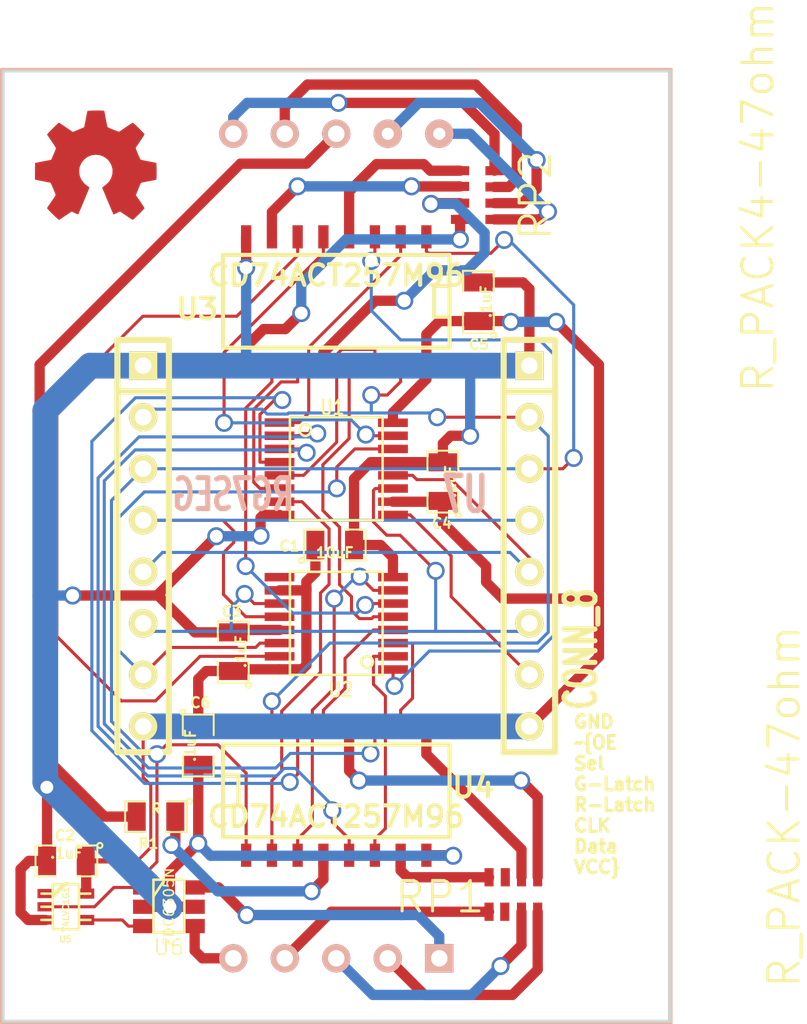
<source format=kicad_pcb>
(kicad_pcb (version 3) (host pcbnew "(2013-07-07 BZR 4022)-stable")

  (general
    (links 83)
    (no_connects 2)
    (area 110.262599 98.743467 150.0754 150.722401)
    (thickness 1.6)
    (drawings 5)
    (tracks 512)
    (zones 0)
    (modules 20)
    (nets 45)
  )

  (page A3)
  (layers
    (15 F.Cu signal)
    (0 B.Cu signal)
    (16 B.Adhes user)
    (17 F.Adhes user)
    (18 B.Paste user)
    (19 F.Paste user)
    (20 B.SilkS user)
    (21 F.SilkS user)
    (22 B.Mask user)
    (23 F.Mask user)
    (24 Dwgs.User user)
    (25 Cmts.User user)
    (26 Eco1.User user)
    (27 Eco2.User user)
    (28 Edge.Cuts user)
  )

  (setup
    (last_trace_width 0.254)
    (user_trace_width 0.254)
    (user_trace_width 0.508)
    (user_trace_width 1.016)
    (user_trace_width 1.27)
    (user_trace_width 1.905)
    (user_trace_width 2.54)
    (trace_clearance 0.1524)
    (zone_clearance 0.508)
    (zone_45_only no)
    (trace_min 0.1524)
    (segment_width 0.2)
    (edge_width 0.15)
    (via_size 0.889)
    (via_drill 0.635)
    (via_min_size 0.889)
    (via_min_drill 0.508)
    (uvia_size 0.508)
    (uvia_drill 0.127)
    (uvias_allowed no)
    (uvia_min_size 0.508)
    (uvia_min_drill 0.127)
    (pcb_text_width 0.3)
    (pcb_text_size 1.5 1.5)
    (mod_edge_width 0.15)
    (mod_text_size 1.5 1.5)
    (mod_text_width 0.15)
    (pad_size 0.4572 0.8001)
    (pad_drill 0)
    (pad_to_mask_clearance 0.2)
    (aux_axis_origin 0 0)
    (visible_elements 7FFFFFFF)
    (pcbplotparams
      (layerselection 284196865)
      (usegerberextensions true)
      (excludeedgelayer true)
      (linewidth 0.150000)
      (plotframeref false)
      (viasonmask false)
      (mode 1)
      (useauxorigin false)
      (hpglpennumber 1)
      (hpglpenspeed 20)
      (hpglpendiameter 15)
      (hpglpenoverlay 2)
      (psnegative false)
      (psa4output false)
      (plotreference true)
      (plotvalue false)
      (plotothertext false)
      (plotinvisibletext false)
      (padsonsilk false)
      (subtractmaskfromsilk false)
      (outputformat 1)
      (mirror false)
      (drillshape 0)
      (scaleselection 1)
      (outputdirectory gerbers/))
  )

  (net 0 "")
  (net 1 /Clk)
  (net 2 /Din)
  (net 3 /Dout)
  (net 4 /Glatch)
  (net 5 /OE)
  (net 6 "/R/G sel")
  (net 7 /Rlatch)
  (net 8 GND)
  (net 9 N-000001)
  (net 10 N-0000010)
  (net 11 N-0000011)
  (net 12 N-0000012)
  (net 13 N-0000013)
  (net 14 N-0000014)
  (net 15 N-0000015)
  (net 16 N-0000016)
  (net 17 N-0000017)
  (net 18 N-0000018)
  (net 19 N-0000019)
  (net 20 N-000002)
  (net 21 N-0000021)
  (net 22 N-0000027)
  (net 23 N-0000028)
  (net 24 N-000003)
  (net 25 N-0000031)
  (net 26 N-0000032)
  (net 27 N-0000036)
  (net 28 N-0000037)
  (net 29 N-0000038)
  (net 30 N-0000039)
  (net 31 N-000004)
  (net 32 N-0000040)
  (net 33 N-0000041)
  (net 34 N-0000042)
  (net 35 N-0000043)
  (net 36 N-0000044)
  (net 37 N-0000045)
  (net 38 N-0000046)
  (net 39 N-0000047)
  (net 40 N-000005)
  (net 41 N-000006)
  (net 42 N-000007)
  (net 43 N-000009)
  (net 44 VCC)

  (net_class Default "This is the default net class."
    (clearance 0.1524)
    (trace_width 0.254)
    (via_dia 0.889)
    (via_drill 0.635)
    (uvia_dia 0.508)
    (uvia_drill 0.127)
    (add_net "")
    (add_net /Clk)
    (add_net /Din)
    (add_net /Dout)
    (add_net /Glatch)
    (add_net /OE)
    (add_net "/R/G sel")
    (add_net /Rlatch)
    (add_net N-0000037)
    (add_net N-0000038)
  )

  (net_class OSHPARK ""
    (clearance 0.1524)
    (trace_width 0.1524)
    (via_dia 0.889)
    (via_drill 0.635)
    (uvia_dia 0.508)
    (uvia_drill 0.127)
    (add_net GND)
    (add_net N-000001)
    (add_net N-0000010)
    (add_net N-0000011)
    (add_net N-0000012)
    (add_net N-0000013)
    (add_net N-0000014)
    (add_net N-0000015)
    (add_net N-0000016)
    (add_net N-0000017)
    (add_net N-0000018)
    (add_net N-0000019)
    (add_net N-000002)
    (add_net N-0000021)
    (add_net N-0000027)
    (add_net N-0000028)
    (add_net N-000003)
    (add_net N-0000031)
    (add_net N-0000032)
    (add_net N-0000036)
    (add_net N-0000039)
    (add_net N-000004)
    (add_net N-0000040)
    (add_net N-0000041)
    (add_net N-0000042)
    (add_net N-0000043)
    (add_net N-0000044)
    (add_net N-0000045)
    (add_net N-0000046)
    (add_net N-0000047)
    (add_net N-000005)
    (add_net N-000006)
    (add_net N-000007)
    (add_net N-000009)
    (add_net VCC)
  )

  (module sot323-5 (layer F.Cu) (tedit 5394F56E) (tstamp 538EA3C9)
    (at 113.665 144.78 270)
    (descr SOT323-5)
    (path /538E7F08)
    (attr smd)
    (fp_text reference U5 (at 1.6002 0.0254 360) (layer F.SilkS)
      (effects (font (size 0.29972 0.29972) (thickness 0.06096)))
    )
    (fp_text value 74LVC1G14 (at 0 0 270) (layer F.SilkS)
      (effects (font (size 0.29972 0.29972) (thickness 0.06096)))
    )
    (fp_line (start -0.4445 0.6477) (end -1.1049 -0.0127) (layer F.SilkS) (width 0.127))
    (fp_line (start -0.5969 0.6477) (end -1.1049 0.1524) (layer F.SilkS) (width 0.127))
    (fp_line (start 0.6477 -0.6477) (end 0.6477 -1.2065) (layer F.SilkS) (width 0.127))
    (fp_line (start -0.6477 -0.6477) (end -0.6477 -1.2065) (layer F.SilkS) (width 0.127))
    (fp_line (start 0 0.6477) (end 0 1.2065) (layer F.SilkS) (width 0.127))
    (fp_line (start 0.6477 0.6477) (end 0.6477 1.2065) (layer F.SilkS) (width 0.127))
    (fp_line (start -0.6477 0.6477) (end -0.6477 1.2065) (layer F.SilkS) (width 0.127))
    (fp_line (start -1.1049 -0.6477) (end 1.1049 -0.6477) (layer F.SilkS) (width 0.127))
    (fp_line (start 1.1049 -0.6477) (end 1.1049 0.6477) (layer F.SilkS) (width 0.127))
    (fp_line (start 1.1049 0.6477) (end -1.1049 0.6477) (layer F.SilkS) (width 0.127))
    (fp_line (start -1.1049 0.6477) (end -1.1049 -0.6477) (layer F.SilkS) (width 0.127))
    (pad 1 smd rect (at -0.65024 1.00076 270) (size 0.4572 0.8001)
      (layers F.Cu F.Paste F.Mask)
    )
    (pad 3 smd rect (at 0.65024 1.00076 270) (size 0.4572 0.8001)
      (layers F.Cu F.Paste F.Mask)
      (net 8 GND)
    )
    (pad 2 smd rect (at 0 1.00076 270) (size 0.4572 0.8001)
      (layers F.Cu F.Paste F.Mask)
      (net 6 "/R/G sel")
    )
    (pad 4 smd rect (at 0.65024 -1.00076 270) (size 0.50038 0.8001)
      (layers F.Cu F.Paste F.Mask)
      (net 19 N-0000019)
    )
    (pad 5 smd rect (at -0.65024 -1.00076 270) (size 0.50038 0.8001)
      (layers F.Cu F.Paste F.Mask)
      (net 44 VCC)
    )
    (model smd/smd_transistors/sot323-5.wrl
      (at (xyz 0 0 0))
      (scale (xyz 1 1 1))
      (rotate (xyz 0 0 0))
    )
  )

  (module tssop-16 (layer F.Cu) (tedit 5394F5AD) (tstamp 538A8789)
    (at 127 123.19 270)
    (descr TSSOP-16)
    (path /517B3766)
    (attr smd)
    (fp_text reference U1 (at -3.0226 0.2032 360) (layer F.SilkS)
      (effects (font (size 0.70104 0.59944) (thickness 0.11938)))
    )
    (fp_text value 74LS595 (at 0 -1.00076 270) (layer F.SilkS) hide
      (effects (font (size 1.00076 1.00076) (thickness 0.14986)))
    )
    (fp_circle (center -1.905 1.524) (end -2.032 1.778) (layer F.SilkS) (width 0.127))
    (fp_line (start 2.54 -2.286) (end -2.54 -2.286) (layer F.SilkS) (width 0.127))
    (fp_line (start -2.54 -2.286) (end -2.54 2.286) (layer F.SilkS) (width 0.127))
    (fp_line (start -2.54 2.286) (end 2.54 2.286) (layer F.SilkS) (width 0.127))
    (fp_line (start 2.54 2.286) (end 2.54 -2.286) (layer F.SilkS) (width 0.127))
    (pad 4 smd rect (at -0.32512 2.79908 270) (size 0.4191 1.47066)
      (layers F.Cu F.Paste F.Mask)
      (net 15 N-0000015)
    )
    (pad 5 smd rect (at 0.32512 2.79908 270) (size 0.4191 1.47066)
      (layers F.Cu F.Paste F.Mask)
      (net 17 N-0000017)
    )
    (pad 6 smd rect (at 0.97536 2.79908 270) (size 0.4191 1.47066)
      (layers F.Cu F.Paste F.Mask)
      (net 16 N-0000016)
    )
    (pad 7 smd rect (at 1.6256 2.79908 270) (size 0.4191 1.47066)
      (layers F.Cu F.Paste F.Mask)
      (net 42 N-000007)
    )
    (pad 16 smd rect (at -2.26568 -2.794 270) (size 0.4191 1.47066)
      (layers F.Cu F.Paste F.Mask)
      (net 44 VCC)
    )
    (pad 1 smd rect (at -2.27584 2.79908 270) (size 0.4191 1.47066)
      (layers F.Cu F.Paste F.Mask)
      (net 12 N-0000012)
    )
    (pad 2 smd rect (at -1.6256 2.79908 270) (size 0.4191 1.47066)
      (layers F.Cu F.Paste F.Mask)
      (net 11 N-0000011)
    )
    (pad 3 smd rect (at -0.97536 2.79908 270) (size 0.4191 1.47066)
      (layers F.Cu F.Paste F.Mask)
      (net 18 N-0000018)
    )
    (pad 9 smd rect (at 2.27584 -2.79908 270) (size 0.4191 1.47066)
      (layers F.Cu F.Paste F.Mask)
      (net 3 /Dout)
    )
    (pad 10 smd rect (at 1.6256 -2.79908 270) (size 0.4191 1.47066)
      (layers F.Cu F.Paste F.Mask)
      (net 44 VCC)
    )
    (pad 11 smd rect (at 0.97536 -2.79908 270) (size 0.4191 1.47066)
      (layers F.Cu F.Paste F.Mask)
      (net 1 /Clk)
    )
    (pad 12 smd rect (at 0.32512 -2.79908 270) (size 0.4191 1.47066)
      (layers F.Cu F.Paste F.Mask)
      (net 7 /Rlatch)
    )
    (pad 13 smd rect (at -0.32512 -2.79908 270) (size 0.4191 1.47066)
      (layers F.Cu F.Paste F.Mask)
      (net 8 GND)
    )
    (pad 14 smd rect (at -0.97536 -2.79908 270) (size 0.4191 1.47066)
      (layers F.Cu F.Paste F.Mask)
      (net 2 /Din)
    )
    (pad 8 smd rect (at 2.27584 2.79908 270) (size 0.4191 1.47066)
      (layers F.Cu F.Paste F.Mask)
      (net 8 GND)
    )
    (pad 15 smd rect (at -1.6256 -2.794 270) (size 0.4191 1.47066)
      (layers F.Cu F.Paste F.Mask)
      (net 13 N-0000013)
    )
    (model smd/smd_dil/tssop-16.wrl
      (at (xyz 0 0 0))
      (scale (xyz 1 1 1))
      (rotate (xyz 0 0 0))
    )
  )

  (module tssop-16 (layer F.Cu) (tedit 5394F5B1) (tstamp 538A87A2)
    (at 127 130.81 90)
    (descr TSSOP-16)
    (path /517B3775)
    (attr smd)
    (fp_text reference U2 (at -3.2766 0.2286 180) (layer F.SilkS)
      (effects (font (size 0.70104 0.59944) (thickness 0.11938)))
    )
    (fp_text value 74LS595 (at 0 -1.00076 90) (layer F.SilkS) hide
      (effects (font (size 1.00076 1.00076) (thickness 0.14986)))
    )
    (fp_circle (center -1.905 1.524) (end -2.032 1.778) (layer F.SilkS) (width 0.127))
    (fp_line (start 2.54 -2.286) (end -2.54 -2.286) (layer F.SilkS) (width 0.127))
    (fp_line (start -2.54 -2.286) (end -2.54 2.286) (layer F.SilkS) (width 0.127))
    (fp_line (start -2.54 2.286) (end 2.54 2.286) (layer F.SilkS) (width 0.127))
    (fp_line (start 2.54 2.286) (end 2.54 -2.286) (layer F.SilkS) (width 0.127))
    (pad 4 smd rect (at -0.32512 2.79908 90) (size 0.4191 1.47066)
      (layers F.Cu F.Paste F.Mask)
      (net 10 N-0000010)
    )
    (pad 5 smd rect (at 0.32512 2.79908 90) (size 0.4191 1.47066)
      (layers F.Cu F.Paste F.Mask)
      (net 24 N-000003)
    )
    (pad 6 smd rect (at 0.97536 2.79908 90) (size 0.4191 1.47066)
      (layers F.Cu F.Paste F.Mask)
      (net 20 N-000002)
    )
    (pad 7 smd rect (at 1.6256 2.79908 90) (size 0.4191 1.47066)
      (layers F.Cu F.Paste F.Mask)
      (net 31 N-000004)
    )
    (pad 16 smd rect (at -2.26568 -2.794 90) (size 0.4191 1.47066)
      (layers F.Cu F.Paste F.Mask)
      (net 44 VCC)
    )
    (pad 1 smd rect (at -2.27584 2.79908 90) (size 0.4191 1.47066)
      (layers F.Cu F.Paste F.Mask)
      (net 41 N-000006)
    )
    (pad 2 smd rect (at -1.6256 2.79908 90) (size 0.4191 1.47066)
      (layers F.Cu F.Paste F.Mask)
      (net 9 N-000001)
    )
    (pad 3 smd rect (at -0.97536 2.79908 90) (size 0.4191 1.47066)
      (layers F.Cu F.Paste F.Mask)
      (net 43 N-000009)
    )
    (pad 9 smd rect (at 2.27584 -2.79908 90) (size 0.4191 1.47066)
      (layers F.Cu F.Paste F.Mask)
    )
    (pad 10 smd rect (at 1.6256 -2.79908 90) (size 0.4191 1.47066)
      (layers F.Cu F.Paste F.Mask)
      (net 44 VCC)
    )
    (pad 11 smd rect (at 0.97536 -2.79908 90) (size 0.4191 1.47066)
      (layers F.Cu F.Paste F.Mask)
      (net 1 /Clk)
    )
    (pad 12 smd rect (at 0.32512 -2.79908 90) (size 0.4191 1.47066)
      (layers F.Cu F.Paste F.Mask)
      (net 4 /Glatch)
    )
    (pad 13 smd rect (at -0.32512 -2.79908 90) (size 0.4191 1.47066)
      (layers F.Cu F.Paste F.Mask)
      (net 8 GND)
    )
    (pad 14 smd rect (at -0.97536 -2.79908 90) (size 0.4191 1.47066)
      (layers F.Cu F.Paste F.Mask)
      (net 2 /Din)
    )
    (pad 8 smd rect (at 2.27584 2.79908 90) (size 0.4191 1.47066)
      (layers F.Cu F.Paste F.Mask)
      (net 8 GND)
    )
    (pad 15 smd rect (at -1.6256 -2.794 90) (size 0.4191 1.47066)
      (layers F.Cu F.Paste F.Mask)
      (net 40 N-000005)
    )
    (model smd/smd_dil/tssop-16.wrl
      (at (xyz 0 0 0))
      (scale (xyz 1 1 1))
      (rotate (xyz 0 0 0))
    )
  )

  (module SOT23_6 (layer F.Cu) (tedit 538A9E0D) (tstamp 538A87C5)
    (at 118.745 144.78 270)
    (path /53841496)
    (fp_text reference U6 (at 1.99898 0 360) (layer F.SilkS)
      (effects (font (size 0.762 0.762) (thickness 0.0762)))
    )
    (fp_text value FDC6305N (at 0 0 270) (layer F.SilkS)
      (effects (font (size 0.50038 0.50038) (thickness 0.0762)))
    )
    (fp_line (start -0.508 0.762) (end -1.27 0.254) (layer F.SilkS) (width 0.127))
    (fp_line (start 1.27 0.762) (end -1.3335 0.762) (layer F.SilkS) (width 0.127))
    (fp_line (start -1.3335 0.762) (end -1.3335 -0.762) (layer F.SilkS) (width 0.127))
    (fp_line (start -1.3335 -0.762) (end 1.27 -0.762) (layer F.SilkS) (width 0.127))
    (fp_line (start 1.27 -0.762) (end 1.27 0.762) (layer F.SilkS) (width 0.127))
    (pad 6 smd rect (at -0.9525 -1.27 270) (size 0.70104 1.00076)
      (layers F.Cu F.Paste F.Mask)
      (net 26 N-0000032)
    )
    (pad 5 smd rect (at 0 -1.27 270) (size 0.70104 1.00076)
      (layers F.Cu F.Paste F.Mask)
      (net 8 GND)
    )
    (pad 4 smd rect (at 0.9525 -1.27 270) (size 0.70104 1.00076)
      (layers F.Cu F.Paste F.Mask)
      (net 14 N-0000014)
    )
    (pad 3 smd rect (at 0.9525 1.27 270) (size 0.70104 1.00076)
      (layers F.Cu F.Paste F.Mask)
      (net 19 N-0000019)
    )
    (pad 2 smd rect (at 0 1.27 270) (size 0.70104 1.00076)
      (layers F.Cu F.Paste F.Mask)
      (net 8 GND)
    )
    (pad 1 smd rect (at -0.9525 1.27 270) (size 0.70104 1.00076)
      (layers F.Cu F.Paste F.Mask)
      (net 6 "/R/G sel")
    )
    (model smd/SOT23_6.wrl
      (at (xyz 0 0 0))
      (scale (xyz 0.11 0.11 0.11))
      (rotate (xyz 0 0 0))
    )
  )

  (module SO16N (layer F.Cu) (tedit 5394F5B6) (tstamp 538A9F97)
    (at 127 114.935 180)
    (descr "Module CMS SOJ 16 pins large")
    (tags "CMS SOJ")
    (path /5383FAA1)
    (attr smd)
    (fp_text reference U3 (at 6.858 -0.381 180) (layer F.SilkS)
      (effects (font (size 1.016 1.016) (thickness 0.2032)))
    )
    (fp_text value CD74ACT257M96 (at 0 1.27 180) (layer F.SilkS)
      (effects (font (size 1.016 1.016) (thickness 0.2032)))
    )
    (fp_line (start -5.588 -0.762) (end -4.826 -0.762) (layer F.SilkS) (width 0.2032))
    (fp_line (start -4.826 -0.762) (end -4.826 0.762) (layer F.SilkS) (width 0.2032))
    (fp_line (start -4.826 0.762) (end -5.588 0.762) (layer F.SilkS) (width 0.2032))
    (fp_line (start 5.588 -2.286) (end 5.588 2.286) (layer F.SilkS) (width 0.2032))
    (fp_line (start 5.588 2.286) (end -5.588 2.286) (layer F.SilkS) (width 0.2032))
    (fp_line (start -5.588 2.286) (end -5.588 -2.286) (layer F.SilkS) (width 0.2032))
    (fp_line (start -5.588 -2.286) (end 5.588 -2.286) (layer F.SilkS) (width 0.2032))
    (pad 16 smd rect (at -4.445 -3.175 180) (size 0.508 1.143)
      (layers F.Cu F.Paste F.Mask)
      (net 44 VCC)
    )
    (pad 14 smd rect (at -1.905 -3.175 180) (size 0.508 1.143)
      (layers F.Cu F.Paste F.Mask)
      (net 17 N-0000017)
    )
    (pad 13 smd rect (at -0.635 -3.175 180) (size 0.508 1.143)
      (layers F.Cu F.Paste F.Mask)
      (net 24 N-000003)
    )
    (pad 12 smd rect (at 0.635 -3.175 180) (size 0.508 1.143)
      (layers F.Cu F.Paste F.Mask)
      (net 37 N-0000045)
    )
    (pad 11 smd rect (at 1.905 -3.175 180) (size 0.508 1.143)
      (layers F.Cu F.Paste F.Mask)
      (net 16 N-0000016)
    )
    (pad 10 smd rect (at 3.175 -3.175 180) (size 0.508 1.143)
      (layers F.Cu F.Paste F.Mask)
      (net 20 N-000002)
    )
    (pad 9 smd rect (at 4.445 -3.175 180) (size 0.508 1.143)
      (layers F.Cu F.Paste F.Mask)
      (net 29 N-0000038)
    )
    (pad 8 smd rect (at 4.445 3.175 180) (size 0.508 1.143)
      (layers F.Cu F.Paste F.Mask)
      (net 8 GND)
    )
    (pad 7 smd rect (at 3.175 3.175 180) (size 0.508 1.143)
      (layers F.Cu F.Paste F.Mask)
      (net 30 N-0000039)
    )
    (pad 6 smd rect (at 1.905 3.175 180) (size 0.508 1.143)
      (layers F.Cu F.Paste F.Mask)
      (net 40 N-000005)
    )
    (pad 5 smd rect (at 0.635 3.175 180) (size 0.508 1.143)
      (layers F.Cu F.Paste F.Mask)
      (net 13 N-0000013)
    )
    (pad 4 smd rect (at -0.635 3.175 180) (size 0.508 1.143)
      (layers F.Cu F.Paste F.Mask)
      (net 32 N-0000040)
    )
    (pad 3 smd rect (at -1.905 3.175 180) (size 0.508 1.143)
      (layers F.Cu F.Paste F.Mask)
      (net 41 N-000006)
    )
    (pad 2 smd rect (at -3.175 3.175 180) (size 0.508 1.143)
      (layers F.Cu F.Paste F.Mask)
      (net 12 N-0000012)
    )
    (pad 1 smd rect (at -4.445 3.175 180) (size 0.508 1.143)
      (layers F.Cu F.Paste F.Mask)
      (net 6 "/R/G sel")
    )
    (pad 15 smd rect (at -3.175 -3.175 180) (size 0.508 1.143)
      (layers F.Cu F.Paste F.Mask)
      (net 5 /OE)
    )
    (model smd/cms_so16.wrl
      (at (xyz 0 0 0))
      (scale (xyz 0.5 0.4 0.5))
      (rotate (xyz 0 0 0))
    )
  )

  (module SO16N (layer F.Cu) (tedit 5394F562) (tstamp 538A87FB)
    (at 127 139.065)
    (descr "Module CMS SOJ 16 pins large")
    (tags "CMS SOJ")
    (path /5383FAB0)
    (attr smd)
    (fp_text reference U4 (at 6.7564 -0.1778) (layer F.SilkS)
      (effects (font (size 1.016 1.016) (thickness 0.2032)))
    )
    (fp_text value CD74ACT257M96 (at 0 1.27) (layer F.SilkS)
      (effects (font (size 1.016 1.016) (thickness 0.2032)))
    )
    (fp_line (start -5.588 -0.762) (end -4.826 -0.762) (layer F.SilkS) (width 0.2032))
    (fp_line (start -4.826 -0.762) (end -4.826 0.762) (layer F.SilkS) (width 0.2032))
    (fp_line (start -4.826 0.762) (end -5.588 0.762) (layer F.SilkS) (width 0.2032))
    (fp_line (start 5.588 -2.286) (end 5.588 2.286) (layer F.SilkS) (width 0.2032))
    (fp_line (start 5.588 2.286) (end -5.588 2.286) (layer F.SilkS) (width 0.2032))
    (fp_line (start -5.588 2.286) (end -5.588 -2.286) (layer F.SilkS) (width 0.2032))
    (fp_line (start -5.588 -2.286) (end 5.588 -2.286) (layer F.SilkS) (width 0.2032))
    (pad 16 smd rect (at -4.445 -3.175) (size 0.508 1.143)
      (layers F.Cu F.Paste F.Mask)
      (net 44 VCC)
    )
    (pad 14 smd rect (at -1.905 -3.175) (size 0.508 1.143)
      (layers F.Cu F.Paste F.Mask)
      (net 15 N-0000015)
    )
    (pad 13 smd rect (at -0.635 -3.175) (size 0.508 1.143)
      (layers F.Cu F.Paste F.Mask)
      (net 10 N-0000010)
    )
    (pad 12 smd rect (at 0.635 -3.175) (size 0.508 1.143)
      (layers F.Cu F.Paste F.Mask)
      (net 39 N-0000047)
    )
    (pad 11 smd rect (at 1.905 -3.175) (size 0.508 1.143)
      (layers F.Cu F.Paste F.Mask)
      (net 18 N-0000018)
    )
    (pad 10 smd rect (at 3.175 -3.175) (size 0.508 1.143)
      (layers F.Cu F.Paste F.Mask)
      (net 43 N-000009)
    )
    (pad 9 smd rect (at 4.445 -3.175) (size 0.508 1.143)
      (layers F.Cu F.Paste F.Mask)
      (net 27 N-0000036)
    )
    (pad 8 smd rect (at 4.445 3.175) (size 0.508 1.143)
      (layers F.Cu F.Paste F.Mask)
      (net 8 GND)
    )
    (pad 7 smd rect (at 3.175 3.175) (size 0.508 1.143)
      (layers F.Cu F.Paste F.Mask)
      (net 25 N-0000031)
    )
    (pad 6 smd rect (at 1.905 3.175) (size 0.508 1.143)
      (layers F.Cu F.Paste F.Mask)
      (net 9 N-000001)
    )
    (pad 5 smd rect (at 0.635 3.175) (size 0.508 1.143)
      (layers F.Cu F.Paste F.Mask)
      (net 11 N-0000011)
    )
    (pad 4 smd rect (at -0.635 3.175) (size 0.508 1.143)
      (layers F.Cu F.Paste F.Mask)
      (net 33 N-0000041)
    )
    (pad 3 smd rect (at -1.905 3.175) (size 0.508 1.143)
      (layers F.Cu F.Paste F.Mask)
      (net 31 N-000004)
    )
    (pad 2 smd rect (at -3.175 3.175) (size 0.508 1.143)
      (layers F.Cu F.Paste F.Mask)
      (net 42 N-000007)
    )
    (pad 1 smd rect (at -4.445 3.175) (size 0.508 1.143)
      (layers F.Cu F.Paste F.Mask)
      (net 6 "/R/G sel")
    )
    (pad 15 smd rect (at -3.175 -3.175) (size 0.508 1.143)
      (layers F.Cu F.Paste F.Mask)
      (net 5 /OE)
    )
    (model smd/cms_so16.wrl
      (at (xyz 0 0 0))
      (scale (xyz 0.5 0.4 0.5))
      (rotate (xyz 0 0 0))
    )
  )

  (module SM0805 (layer F.Cu) (tedit 5394F575) (tstamp 53910F4E)
    (at 118.11 140.335 180)
    (path /517C4078)
    (attr smd)
    (fp_text reference R1 (at 0.381 -1.3208 180) (layer F.SilkS)
      (effects (font (size 0.50038 0.50038) (thickness 0.10922)))
    )
    (fp_text value R (at 0 0.381 180) (layer F.SilkS)
      (effects (font (size 0.50038 0.50038) (thickness 0.10922)))
    )
    (fp_circle (center -1.651 0.762) (end -1.651 0.635) (layer F.SilkS) (width 0.09906))
    (fp_line (start -0.508 0.762) (end -1.524 0.762) (layer F.SilkS) (width 0.09906))
    (fp_line (start -1.524 0.762) (end -1.524 -0.762) (layer F.SilkS) (width 0.09906))
    (fp_line (start -1.524 -0.762) (end -0.508 -0.762) (layer F.SilkS) (width 0.09906))
    (fp_line (start 0.508 -0.762) (end 1.524 -0.762) (layer F.SilkS) (width 0.09906))
    (fp_line (start 1.524 -0.762) (end 1.524 0.762) (layer F.SilkS) (width 0.09906))
    (fp_line (start 1.524 0.762) (end 0.508 0.762) (layer F.SilkS) (width 0.09906))
    (pad 1 smd rect (at -0.9525 0 180) (size 0.889 1.397)
      (layers F.Cu F.Paste F.Mask)
      (net 33 N-0000041)
    )
    (pad 2 smd rect (at 0.9525 0 180) (size 0.889 1.397)
      (layers F.Cu F.Paste F.Mask)
      (net 38 N-0000046)
    )
    (model smd/chip_cms.wrl
      (at (xyz 0 0 0))
      (scale (xyz 0.1 0.1 0.1))
      (rotate (xyz 0 0 0))
    )
  )

  (module SM0805 (layer F.Cu) (tedit 5394F556) (tstamp 538A8815)
    (at 126.924 126.949)
    (path /53852DEB)
    (attr smd)
    (fp_text reference C1 (at -2.2354 0.051) (layer F.SilkS)
      (effects (font (size 0.50038 0.50038) (thickness 0.10922)))
    )
    (fp_text value 10uF (at 0 0.381) (layer F.SilkS)
      (effects (font (size 0.50038 0.50038) (thickness 0.10922)))
    )
    (fp_circle (center -1.651 0.762) (end -1.651 0.635) (layer F.SilkS) (width 0.09906))
    (fp_line (start -0.508 0.762) (end -1.524 0.762) (layer F.SilkS) (width 0.09906))
    (fp_line (start -1.524 0.762) (end -1.524 -0.762) (layer F.SilkS) (width 0.09906))
    (fp_line (start -1.524 -0.762) (end -0.508 -0.762) (layer F.SilkS) (width 0.09906))
    (fp_line (start 0.508 -0.762) (end 1.524 -0.762) (layer F.SilkS) (width 0.09906))
    (fp_line (start 1.524 -0.762) (end 1.524 0.762) (layer F.SilkS) (width 0.09906))
    (fp_line (start 1.524 0.762) (end 0.508 0.762) (layer F.SilkS) (width 0.09906))
    (pad 1 smd rect (at -0.9525 0) (size 0.889 1.397)
      (layers F.Cu F.Paste F.Mask)
      (net 44 VCC)
    )
    (pad 2 smd rect (at 0.9525 0) (size 0.889 1.397)
      (layers F.Cu F.Paste F.Mask)
      (net 8 GND)
    )
    (model smd/chip_cms.wrl
      (at (xyz 0 0 0))
      (scale (xyz 0.1 0.1 0.1))
      (rotate (xyz 0 0 0))
    )
  )

  (module SM0805 (layer F.Cu) (tedit 5394F571) (tstamp 538A8822)
    (at 113.6904 142.5194 180)
    (path /53852DFA)
    (attr smd)
    (fp_text reference C2 (at 0.0762 1.2446 180) (layer F.SilkS)
      (effects (font (size 0.50038 0.50038) (thickness 0.10922)))
    )
    (fp_text value .1uF (at 0 0.381 180) (layer F.SilkS)
      (effects (font (size 0.50038 0.50038) (thickness 0.10922)))
    )
    (fp_circle (center -1.651 0.762) (end -1.651 0.635) (layer F.SilkS) (width 0.09906))
    (fp_line (start -0.508 0.762) (end -1.524 0.762) (layer F.SilkS) (width 0.09906))
    (fp_line (start -1.524 0.762) (end -1.524 -0.762) (layer F.SilkS) (width 0.09906))
    (fp_line (start -1.524 -0.762) (end -0.508 -0.762) (layer F.SilkS) (width 0.09906))
    (fp_line (start 0.508 -0.762) (end 1.524 -0.762) (layer F.SilkS) (width 0.09906))
    (fp_line (start 1.524 -0.762) (end 1.524 0.762) (layer F.SilkS) (width 0.09906))
    (fp_line (start 1.524 0.762) (end 0.508 0.762) (layer F.SilkS) (width 0.09906))
    (pad 1 smd rect (at -0.9525 0 180) (size 0.889 1.397)
      (layers F.Cu F.Paste F.Mask)
      (net 44 VCC)
    )
    (pad 2 smd rect (at 0.9525 0 180) (size 0.889 1.397)
      (layers F.Cu F.Paste F.Mask)
      (net 8 GND)
    )
    (model smd/chip_cms.wrl
      (at (xyz 0 0 0))
      (scale (xyz 0.1 0.1 0.1))
      (rotate (xyz 0 0 0))
    )
  )

  (module SM0805 (layer F.Cu) (tedit 5394F55A) (tstamp 538A882F)
    (at 121.92 132.207 90)
    (path /53852E09)
    (attr smd)
    (fp_text reference C3 (at 1.9812 -0.0762 180) (layer F.SilkS)
      (effects (font (size 0.50038 0.50038) (thickness 0.10922)))
    )
    (fp_text value .1uF (at 0 0.381 90) (layer F.SilkS)
      (effects (font (size 0.50038 0.50038) (thickness 0.10922)))
    )
    (fp_circle (center -1.651 0.762) (end -1.651 0.635) (layer F.SilkS) (width 0.09906))
    (fp_line (start -0.508 0.762) (end -1.524 0.762) (layer F.SilkS) (width 0.09906))
    (fp_line (start -1.524 0.762) (end -1.524 -0.762) (layer F.SilkS) (width 0.09906))
    (fp_line (start -1.524 -0.762) (end -0.508 -0.762) (layer F.SilkS) (width 0.09906))
    (fp_line (start 0.508 -0.762) (end 1.524 -0.762) (layer F.SilkS) (width 0.09906))
    (fp_line (start 1.524 -0.762) (end 1.524 0.762) (layer F.SilkS) (width 0.09906))
    (fp_line (start 1.524 0.762) (end 0.508 0.762) (layer F.SilkS) (width 0.09906))
    (pad 1 smd rect (at -0.9525 0 90) (size 0.889 1.397)
      (layers F.Cu F.Paste F.Mask)
      (net 44 VCC)
    )
    (pad 2 smd rect (at 0.9525 0 90) (size 0.889 1.397)
      (layers F.Cu F.Paste F.Mask)
      (net 8 GND)
    )
    (model smd/chip_cms.wrl
      (at (xyz 0 0 0))
      (scale (xyz 0.1 0.1 0.1))
      (rotate (xyz 0 0 0))
    )
  )

  (module SM0805 (layer F.Cu) (tedit 5394F5D6) (tstamp 538A883C)
    (at 132.258 123.825 90)
    (path /53852E18)
    (attr smd)
    (fp_text reference C4 (at -2.0574 -0.051 180) (layer F.SilkS)
      (effects (font (size 0.50038 0.50038) (thickness 0.10922)))
    )
    (fp_text value .1uF (at 0 0.381 90) (layer F.SilkS)
      (effects (font (size 0.50038 0.50038) (thickness 0.10922)))
    )
    (fp_circle (center -1.651 0.762) (end -1.651 0.635) (layer F.SilkS) (width 0.09906))
    (fp_line (start -0.508 0.762) (end -1.524 0.762) (layer F.SilkS) (width 0.09906))
    (fp_line (start -1.524 0.762) (end -1.524 -0.762) (layer F.SilkS) (width 0.09906))
    (fp_line (start -1.524 -0.762) (end -0.508 -0.762) (layer F.SilkS) (width 0.09906))
    (fp_line (start 0.508 -0.762) (end 1.524 -0.762) (layer F.SilkS) (width 0.09906))
    (fp_line (start 1.524 -0.762) (end 1.524 0.762) (layer F.SilkS) (width 0.09906))
    (fp_line (start 1.524 0.762) (end 0.508 0.762) (layer F.SilkS) (width 0.09906))
    (pad 1 smd rect (at -0.9525 0 90) (size 0.889 1.397)
      (layers F.Cu F.Paste F.Mask)
      (net 44 VCC)
    )
    (pad 2 smd rect (at 0.9525 0 90) (size 0.889 1.397)
      (layers F.Cu F.Paste F.Mask)
      (net 8 GND)
    )
    (model smd/chip_cms.wrl
      (at (xyz 0 0 0))
      (scale (xyz 0.1 0.1 0.1))
      (rotate (xyz 0 0 0))
    )
  )

  (module SM0805 (layer F.Cu) (tedit 5394F5E4) (tstamp 538A8849)
    (at 134.01 114.96 90)
    (path /53852E27)
    (attr smd)
    (fp_text reference C5 (at -2.1086 0.0258 180) (layer F.SilkS)
      (effects (font (size 0.50038 0.50038) (thickness 0.10922)))
    )
    (fp_text value .1uF (at 0 0.381 90) (layer F.SilkS)
      (effects (font (size 0.50038 0.50038) (thickness 0.10922)))
    )
    (fp_circle (center -1.651 0.762) (end -1.651 0.635) (layer F.SilkS) (width 0.09906))
    (fp_line (start -0.508 0.762) (end -1.524 0.762) (layer F.SilkS) (width 0.09906))
    (fp_line (start -1.524 0.762) (end -1.524 -0.762) (layer F.SilkS) (width 0.09906))
    (fp_line (start -1.524 -0.762) (end -0.508 -0.762) (layer F.SilkS) (width 0.09906))
    (fp_line (start 0.508 -0.762) (end 1.524 -0.762) (layer F.SilkS) (width 0.09906))
    (fp_line (start 1.524 -0.762) (end 1.524 0.762) (layer F.SilkS) (width 0.09906))
    (fp_line (start 1.524 0.762) (end 0.508 0.762) (layer F.SilkS) (width 0.09906))
    (pad 1 smd rect (at -0.9525 0 90) (size 0.889 1.397)
      (layers F.Cu F.Paste F.Mask)
      (net 44 VCC)
    )
    (pad 2 smd rect (at 0.9525 0 90) (size 0.889 1.397)
      (layers F.Cu F.Paste F.Mask)
      (net 8 GND)
    )
    (model smd/chip_cms.wrl
      (at (xyz 0 0 0))
      (scale (xyz 0.1 0.1 0.1))
      (rotate (xyz 0 0 0))
    )
  )

  (module SM0805 (layer F.Cu) (tedit 5394F579) (tstamp 538A8856)
    (at 120.193 136.83 270)
    (path /53852E36)
    (attr smd)
    (fp_text reference C6 (at -2.1084 -0.1014 360) (layer F.SilkS)
      (effects (font (size 0.50038 0.50038) (thickness 0.10922)))
    )
    (fp_text value .1uF (at 0 0.381 270) (layer F.SilkS)
      (effects (font (size 0.50038 0.50038) (thickness 0.10922)))
    )
    (fp_circle (center -1.651 0.762) (end -1.651 0.635) (layer F.SilkS) (width 0.09906))
    (fp_line (start -0.508 0.762) (end -1.524 0.762) (layer F.SilkS) (width 0.09906))
    (fp_line (start -1.524 0.762) (end -1.524 -0.762) (layer F.SilkS) (width 0.09906))
    (fp_line (start -1.524 -0.762) (end -0.508 -0.762) (layer F.SilkS) (width 0.09906))
    (fp_line (start 0.508 -0.762) (end 1.524 -0.762) (layer F.SilkS) (width 0.09906))
    (fp_line (start 1.524 -0.762) (end 1.524 0.762) (layer F.SilkS) (width 0.09906))
    (fp_line (start 1.524 0.762) (end 0.508 0.762) (layer F.SilkS) (width 0.09906))
    (pad 1 smd rect (at -0.9525 0 270) (size 0.889 1.397)
      (layers F.Cu F.Paste F.Mask)
      (net 44 VCC)
    )
    (pad 2 smd rect (at 0.9525 0 270) (size 0.889 1.397)
      (layers F.Cu F.Paste F.Mask)
      (net 8 GND)
    )
    (model smd/chip_cms.wrl
      (at (xyz 0 0 0))
      (scale (xyz 0.1 0.1 0.1))
      (rotate (xyz 0 0 0))
    )
  )

  (module SIL-8 (layer F.Cu) (tedit 5394F5A1) (tstamp 538A8867)
    (at 117.475 127 270)
    (descr "Connecteur 8 pins")
    (tags "CONN DEV")
    (path /538422A5)
    (fp_text reference P1 (at -6.8834 2.8448 270) (layer F.SilkS) hide
      (effects (font (size 1.72974 1.08712) (thickness 0.27178)))
    )
    (fp_text value CONN_8 (at -1.2192 3.0988 270) (layer F.SilkS) hide
      (effects (font (size 1.524 1.016) (thickness 0.254)))
    )
    (fp_line (start -10.16 -1.27) (end 10.16 -1.27) (layer F.SilkS) (width 0.3048))
    (fp_line (start 10.16 -1.27) (end 10.16 1.27) (layer F.SilkS) (width 0.3048))
    (fp_line (start 10.16 1.27) (end -10.16 1.27) (layer F.SilkS) (width 0.3048))
    (fp_line (start -10.16 1.27) (end -10.16 -1.27) (layer F.SilkS) (width 0.3048))
    (fp_line (start -7.62 1.27) (end -7.62 -1.27) (layer F.SilkS) (width 0.3048))
    (pad 1 thru_hole rect (at -8.89 0 270) (size 1.397 1.397) (drill 0.8128)
      (layers *.Cu *.Mask F.SilkS)
      (net 8 GND)
    )
    (pad 2 thru_hole circle (at -6.35 0 270) (size 1.397 1.397) (drill 0.8128)
      (layers *.Cu *.Mask F.SilkS)
      (net 5 /OE)
    )
    (pad 3 thru_hole circle (at -3.81 0 270) (size 1.397 1.397) (drill 0.8128)
      (layers *.Cu *.Mask F.SilkS)
      (net 6 "/R/G sel")
    )
    (pad 4 thru_hole circle (at -1.27 0 270) (size 1.397 1.397) (drill 0.8128)
      (layers *.Cu *.Mask F.SilkS)
      (net 4 /Glatch)
    )
    (pad 5 thru_hole circle (at 1.27 0 270) (size 1.397 1.397) (drill 0.8128)
      (layers *.Cu *.Mask F.SilkS)
      (net 7 /Rlatch)
    )
    (pad 6 thru_hole circle (at 3.81 0 270) (size 1.397 1.397) (drill 0.8128)
      (layers *.Cu *.Mask F.SilkS)
      (net 1 /Clk)
    )
    (pad 7 thru_hole circle (at 6.35 0 270) (size 1.397 1.397) (drill 0.8128)
      (layers *.Cu *.Mask F.SilkS)
      (net 2 /Din)
    )
    (pad 8 thru_hole circle (at 8.89 0 270) (size 1.397 1.397) (drill 0.8128)
      (layers *.Cu *.Mask F.SilkS)
      (net 44 VCC)
    )
  )

  (module SIL-8 (layer F.Cu) (tedit 5394F5D0) (tstamp 538A8878)
    (at 136.525 127 270)
    (descr "Connecteur 8 pins")
    (tags "CONN DEV")
    (path /538422B4)
    (fp_text reference P2 (at -6.35 -2.54 270) (layer F.SilkS) hide
      (effects (font (size 1.72974 1.08712) (thickness 0.27178)))
    )
    (fp_text value CONN_8 (at 5.08 -2.54 270) (layer F.SilkS)
      (effects (font (size 1.524 1.016) (thickness 0.3048)))
    )
    (fp_line (start -10.16 -1.27) (end 10.16 -1.27) (layer F.SilkS) (width 0.3048))
    (fp_line (start 10.16 -1.27) (end 10.16 1.27) (layer F.SilkS) (width 0.3048))
    (fp_line (start 10.16 1.27) (end -10.16 1.27) (layer F.SilkS) (width 0.3048))
    (fp_line (start -10.16 1.27) (end -10.16 -1.27) (layer F.SilkS) (width 0.3048))
    (fp_line (start -7.62 1.27) (end -7.62 -1.27) (layer F.SilkS) (width 0.3048))
    (pad 1 thru_hole rect (at -8.89 0 270) (size 1.397 1.397) (drill 0.8128)
      (layers *.Cu *.Mask F.SilkS)
      (net 8 GND)
    )
    (pad 2 thru_hole circle (at -6.35 0 270) (size 1.397 1.397) (drill 0.8128)
      (layers *.Cu *.Mask F.SilkS)
      (net 5 /OE)
    )
    (pad 3 thru_hole circle (at -3.81 0 270) (size 1.397 1.397) (drill 0.8128)
      (layers *.Cu *.Mask F.SilkS)
      (net 6 "/R/G sel")
    )
    (pad 4 thru_hole circle (at -1.27 0 270) (size 1.397 1.397) (drill 0.8128)
      (layers *.Cu *.Mask F.SilkS)
      (net 4 /Glatch)
    )
    (pad 5 thru_hole circle (at 1.27 0 270) (size 1.397 1.397) (drill 0.8128)
      (layers *.Cu *.Mask F.SilkS)
      (net 7 /Rlatch)
    )
    (pad 6 thru_hole circle (at 3.81 0 270) (size 1.397 1.397) (drill 0.8128)
      (layers *.Cu *.Mask F.SilkS)
      (net 1 /Clk)
    )
    (pad 7 thru_hole circle (at 6.35 0 270) (size 1.397 1.397) (drill 0.8128)
      (layers *.Cu *.Mask F.SilkS)
      (net 3 /Dout)
    )
    (pad 8 thru_hole circle (at 8.89 0 270) (size 1.397 1.397) (drill 0.8128)
      (layers *.Cu *.Mask F.SilkS)
      (net 44 VCC)
    )
  )

  (module 7seg (layer B.Cu) (tedit 538A8D61) (tstamp 538A8EEA)
    (at 127 127 180)
    (descr "Seven segment display")
    (tags 7seg)
    (path /517B3464)
    (fp_text reference U7 (at -6.35 2.54 180) (layer B.SilkS)
      (effects (font (size 1.72974 1.08712) (thickness 0.3048)) (justify mirror))
    )
    (fp_text value RG7SEG (at 5.08 2.54 180) (layer B.SilkS)
      (effects (font (size 1.524 1.016) (thickness 0.254)) (justify mirror))
    )
    (fp_line (start -16.51 0) (end -16.51 23.495) (layer B.SilkS) (width 0.15))
    (fp_line (start -16.51 23.495) (end 16.51 23.495) (layer B.SilkS) (width 0.15))
    (fp_line (start 16.51 23.495) (end 16.51 -23.495) (layer B.SilkS) (width 0.15))
    (fp_line (start 16.51 -23.495) (end -16.51 -23.495) (layer B.SilkS) (width 0.15))
    (fp_line (start -16.51 -23.495) (end -16.51 0) (layer B.SilkS) (width 0.15))
    (pad 1 thru_hole rect (at -5.08 -20.32 180) (size 1.397 1.397) (drill 0.8128)
      (layers *.Cu *.Mask B.SilkS)
      (net 26 N-0000032)
    )
    (pad 2 thru_hole circle (at -2.54 -20.32 180) (size 1.397 1.397) (drill 0.8128)
      (layers *.Cu *.Mask B.SilkS)
      (net 36 N-0000044)
    )
    (pad 3 thru_hole circle (at 0 -20.32 180) (size 1.397 1.397) (drill 0.8128)
      (layers *.Cu *.Mask B.SilkS)
      (net 28 N-0000037)
    )
    (pad 4 thru_hole circle (at 2.54 -20.32 180) (size 1.397 1.397) (drill 0.8128)
      (layers *.Cu *.Mask B.SilkS)
      (net 21 N-0000021)
    )
    (pad 5 thru_hole circle (at 5.08 -20.32 180) (size 1.397 1.397) (drill 0.8128)
      (layers *.Cu *.Mask B.SilkS)
      (net 14 N-0000014)
    )
    (pad 6 thru_hole circle (at 5.08 20.32 180) (size 1.397 1.397) (drill 0.8128)
      (layers *.Cu *.Mask B.SilkS)
      (net 22 N-0000027)
    )
    (pad 7 thru_hole circle (at 2.54 20.32 180) (size 1.397 1.397) (drill 0.8128)
      (layers *.Cu *.Mask B.SilkS)
      (net 34 N-0000042)
    )
    (pad 8 thru_hole circle (at 0 20.32 180) (size 1.397 1.397) (drill 0.8128)
      (layers *.Cu *.Mask B.SilkS)
      (net 38 N-0000046)
    )
    (pad 9 thru_hole circle (at -2.54 20.32 180) (size 1.4 1.4) (drill 0.6)
      (layers *.Cu *.Mask B.SilkS)
      (net 35 N-0000043)
    )
    (pad 10 thru_hole circle (at -5.08 20.32 180) (size 1.4 1.4) (drill 0.6)
      (layers *.Cu *.Mask B.SilkS)
      (net 23 N-0000028)
    )
  )

  (module R_pack (layer F.Cu) (tedit 5394F5F5) (tstamp 538A9855)
    (at 137.16 142.875 180)
    (path /517C3AC7)
    (fp_text reference RP1 (at 5.0546 -1.4224 180) (layer F.SilkS)
      (effects (font (size 1.5 1.5) (thickness 0.15)))
    )
    (fp_text value R_PACK-47ohm (at -11.938 3.0226 270) (layer F.SilkS)
      (effects (font (size 1.5 1.5) (thickness 0.15)))
    )
    (pad 2 smd rect (at 1.025 -0.45 180) (size 0.45 0.9)
      (layers F.Cu F.Paste F.Mask)
      (net 27 N-0000036)
    )
    (pad 1 smd rect (at 0.225 -0.45 180) (size 0.45 0.9)
      (layers F.Cu F.Paste F.Mask)
      (net 39 N-0000047)
    )
    (pad 3 smd rect (at 1.825 -0.45 180) (size 0.45 0.9)
      (layers F.Cu F.Paste F.Mask)
    )
    (pad 4 smd rect (at 2.625 -0.45 180) (size 0.45 0.9)
      (layers F.Cu F.Paste F.Mask)
      (net 25 N-0000031)
    )
    (pad 5 smd rect (at 2.625 -2.15 180) (size 0.45 0.9)
      (layers F.Cu F.Paste F.Mask)
      (net 21 N-0000021)
    )
    (pad 6 smd rect (at 1.85 -2.15 180) (size 0.45 0.9)
      (layers F.Cu F.Paste F.Mask)
    )
    (pad 7 smd rect (at 1.025 -2.15 180) (size 0.45 0.9)
      (layers F.Cu F.Paste F.Mask)
      (net 28 N-0000037)
    )
    (pad 8 smd rect (at 0.225 -2.15 180) (size 0.45 0.9)
      (layers F.Cu F.Paste F.Mask)
      (net 36 N-0000044)
    )
  )

  (module R_pack (layer F.Cu) (tedit 5394F5DF) (tstamp 538A9861)
    (at 135.255 111.125 90)
    (path /517C3AD6)
    (fp_text reference RP2 (at 1.397 1.5748 90) (layer F.SilkS)
      (effects (font (size 1.5 1.5) (thickness 0.15)))
    )
    (fp_text value R_PACK4-47ohm (at 1.3208 12.5476 90) (layer F.SilkS)
      (effects (font (size 1.5 1.5) (thickness 0.15)))
    )
    (pad 2 smd rect (at 1.025 -0.45 90) (size 0.45 0.9)
      (layers F.Cu F.Paste F.Mask)
      (net 35 N-0000043)
    )
    (pad 1 smd rect (at 0.225 -0.45 90) (size 0.45 0.9)
      (layers F.Cu F.Paste F.Mask)
      (net 23 N-0000028)
    )
    (pad 3 smd rect (at 1.825 -0.45 90) (size 0.45 0.9)
      (layers F.Cu F.Paste F.Mask)
      (net 34 N-0000042)
    )
    (pad 4 smd rect (at 2.625 -0.45 90) (size 0.45 0.9)
      (layers F.Cu F.Paste F.Mask)
      (net 22 N-0000027)
    )
    (pad 5 smd rect (at 2.625 -2.15 90) (size 0.45 0.9)
      (layers F.Cu F.Paste F.Mask)
      (net 32 N-0000040)
    )
    (pad 6 smd rect (at 1.85 -2.15 90) (size 0.45 0.9)
      (layers F.Cu F.Paste F.Mask)
      (net 30 N-0000039)
    )
    (pad 7 smd rect (at 1.025 -2.15 90) (size 0.45 0.9)
      (layers F.Cu F.Paste F.Mask)
      (net 37 N-0000045)
    )
    (pad 8 smd rect (at 0.225 -2.15 90) (size 0.45 0.9)
      (layers F.Cu F.Paste F.Mask)
      (net 29 N-0000038)
    )
  )

  (module test_copper-front_6mm (layer F.Cu) (tedit 0) (tstamp 5394F453)
    (at 115.1382 108.2294)
    (fp_text reference G*** (at 0 3.18008) (layer F.SilkS) hide
      (effects (font (size 0.27178 0.27178) (thickness 0.05334)))
    )
    (fp_text value test_copper-front_6mm (at 0 -3.18008) (layer F.SilkS) hide
      (effects (font (size 0.27178 0.27178) (thickness 0.05334)))
    )
    (fp_poly (pts (xy -1.81864 2.69494) (xy -1.78562 2.67716) (xy -1.71704 2.63398) (xy -1.61544 2.56794)
      (xy -1.4986 2.4892) (xy -1.37922 2.40792) (xy -1.28016 2.34188) (xy -1.21158 2.2987)
      (xy -1.18364 2.28346) (xy -1.1684 2.28854) (xy -1.11252 2.31648) (xy -1.03124 2.35966)
      (xy -0.98298 2.38252) (xy -0.90678 2.41554) (xy -0.87122 2.42316) (xy -0.8636 2.413)
      (xy -0.83566 2.35458) (xy -0.79248 2.25552) (xy -0.7366 2.12598) (xy -0.67056 1.97358)
      (xy -0.60198 1.80848) (xy -0.5334 1.64084) (xy -0.46736 1.48336) (xy -0.4064 1.33858)
      (xy -0.36068 1.22174) (xy -0.3302 1.14046) (xy -0.3175 1.1049) (xy -0.32258 1.09728)
      (xy -0.35814 1.06172) (xy -0.42418 1.01346) (xy -0.56642 0.89662) (xy -0.70612 0.72136)
      (xy -0.79248 0.52324) (xy -0.82042 0.30226) (xy -0.79756 0.09906) (xy -0.71628 -0.09652)
      (xy -0.57912 -0.27432) (xy -0.41148 -0.4064) (xy -0.21844 -0.48768) (xy 0 -0.51562)
      (xy 0.20828 -0.49276) (xy 0.40894 -0.41402) (xy 0.58674 -0.2794) (xy 0.6604 -0.19304)
      (xy 0.76454 -0.0127) (xy 0.82296 0.1778) (xy 0.82804 0.22606) (xy 0.82042 0.43688)
      (xy 0.75692 0.64008) (xy 0.6477 0.82042) (xy 0.49276 0.96774) (xy 0.47244 0.98298)
      (xy 0.40132 1.03632) (xy 0.35306 1.07188) (xy 0.31496 1.10236) (xy 0.5842 1.75006)
      (xy 0.62738 1.85166) (xy 0.70104 2.02692) (xy 0.76454 2.17932) (xy 0.81788 2.30124)
      (xy 0.85344 2.38252) (xy 0.86868 2.41554) (xy 0.87122 2.41554) (xy 0.89408 2.42062)
      (xy 0.94234 2.40284) (xy 1.03378 2.35966) (xy 1.0922 2.32918) (xy 1.16078 2.29616)
      (xy 1.19126 2.28346) (xy 1.2192 2.29616) (xy 1.28524 2.33934) (xy 1.37922 2.40538)
      (xy 1.49606 2.48158) (xy 1.60528 2.55778) (xy 1.70688 2.62382) (xy 1.78054 2.67208)
      (xy 1.8161 2.68986) (xy 1.82118 2.68986) (xy 1.8542 2.67208) (xy 1.91262 2.62382)
      (xy 1.99898 2.54) (xy 2.12344 2.41808) (xy 2.14376 2.4003) (xy 2.24536 2.29616)
      (xy 2.32918 2.20726) (xy 2.38506 2.1463) (xy 2.40538 2.11836) (xy 2.40538 2.11836)
      (xy 2.38506 2.0828) (xy 2.33934 2.00914) (xy 2.2733 1.90754) (xy 2.19202 1.78562)
      (xy 1.97612 1.47574) (xy 2.0955 1.18364) (xy 2.13106 1.0922) (xy 2.17678 0.98298)
      (xy 2.2098 0.90678) (xy 2.22758 0.87122) (xy 2.2606 0.86106) (xy 2.33934 0.84074)
      (xy 2.45618 0.81788) (xy 2.59588 0.79248) (xy 2.72796 0.76708) (xy 2.84734 0.74422)
      (xy 2.9337 0.72898) (xy 2.9718 0.72136) (xy 2.98196 0.71374) (xy 2.98958 0.69596)
      (xy 2.99466 0.65532) (xy 2.9972 0.58166) (xy 2.99974 0.46736) (xy 2.99974 0.30226)
      (xy 2.99974 0.28448) (xy 2.9972 0.127) (xy 2.99466 0.00254) (xy 2.98958 -0.07874)
      (xy 2.9845 -0.11176) (xy 2.9845 -0.11176) (xy 2.9464 -0.12192) (xy 2.86258 -0.1397)
      (xy 2.7432 -0.16256) (xy 2.60096 -0.1905) (xy 2.5908 -0.1905) (xy 2.44856 -0.21844)
      (xy 2.33172 -0.24384) (xy 2.2479 -0.26162) (xy 2.21234 -0.27432) (xy 2.20472 -0.28448)
      (xy 2.17678 -0.34036) (xy 2.13614 -0.42672) (xy 2.08788 -0.5334) (xy 2.04216 -0.64516)
      (xy 2.00152 -0.74676) (xy 1.97612 -0.82042) (xy 1.9685 -0.85598) (xy 1.9685 -0.85598)
      (xy 1.98882 -0.889) (xy 2.03708 -0.96266) (xy 2.1082 -1.06426) (xy 2.18948 -1.18618)
      (xy 2.1971 -1.19634) (xy 2.27838 -1.31572) (xy 2.34442 -1.41732) (xy 2.3876 -1.48844)
      (xy 2.40538 -1.52146) (xy 2.40538 -1.524) (xy 2.37744 -1.55956) (xy 2.31648 -1.62814)
      (xy 2.22758 -1.71958) (xy 2.12344 -1.82372) (xy 2.09042 -1.85674) (xy 1.97358 -1.97104)
      (xy 1.8923 -2.0447) (xy 1.8415 -2.08534) (xy 1.81864 -2.0955) (xy 1.8161 -2.09296)
      (xy 1.78054 -2.07264) (xy 1.70434 -2.02184) (xy 1.60274 -1.95326) (xy 1.48082 -1.86944)
      (xy 1.4732 -1.86436) (xy 1.35128 -1.78308) (xy 1.25222 -1.7145) (xy 1.1811 -1.66878)
      (xy 1.15062 -1.651) (xy 1.14554 -1.651) (xy 1.09728 -1.6637) (xy 1.01092 -1.69418)
      (xy 0.90678 -1.73482) (xy 0.79502 -1.778) (xy 0.69342 -1.82118) (xy 0.61976 -1.85674)
      (xy 0.5842 -1.87706) (xy 0.58166 -1.87706) (xy 0.56896 -1.92024) (xy 0.54864 -2.01168)
      (xy 0.52324 -2.1336) (xy 0.4953 -2.28092) (xy 0.49022 -2.30378) (xy 0.46482 -2.44856)
      (xy 0.44196 -2.5654) (xy 0.42418 -2.64668) (xy 0.41656 -2.68224) (xy 0.39624 -2.68478)
      (xy 0.32512 -2.68986) (xy 0.21844 -2.69494) (xy 0.0889 -2.69494) (xy -0.04572 -2.69494)
      (xy -0.1778 -2.6924) (xy -0.28956 -2.68732) (xy -0.37084 -2.68224) (xy -0.4064 -2.67462)
      (xy -0.4064 -2.67208) (xy -0.4191 -2.6289) (xy -0.43942 -2.54) (xy -0.46482 -2.41554)
      (xy -0.49276 -2.26822) (xy -0.49784 -2.24028) (xy -0.52324 -2.09804) (xy -0.54864 -1.9812)
      (xy -0.56642 -1.90246) (xy -0.57404 -1.86944) (xy -0.58674 -1.86436) (xy -0.64516 -1.83642)
      (xy -0.74168 -1.79832) (xy -0.86106 -1.75006) (xy -1.13538 -1.6383) (xy -1.47066 -1.86944)
      (xy -1.50114 -1.88976) (xy -1.62306 -1.97358) (xy -1.72212 -2.03962) (xy -1.79324 -2.0828)
      (xy -1.82118 -2.10058) (xy -1.82372 -2.09804) (xy -1.85674 -2.0701) (xy -1.92278 -2.0066)
      (xy -2.01422 -1.9177) (xy -2.1209 -1.81356) (xy -2.19964 -1.73482) (xy -2.29108 -1.64084)
      (xy -2.3495 -1.57734) (xy -2.38252 -1.5367) (xy -2.39522 -1.5113) (xy -2.39014 -1.49352)
      (xy -2.36982 -1.4605) (xy -2.31902 -1.38684) (xy -2.25044 -1.2827) (xy -2.16916 -1.16586)
      (xy -2.10058 -1.06426) (xy -2.02692 -0.9525) (xy -1.9812 -0.87122) (xy -1.96342 -0.83312)
      (xy -1.9685 -0.81534) (xy -1.99136 -0.7493) (xy -2.032 -0.65024) (xy -2.0828 -0.53086)
      (xy -2.19964 -0.26416) (xy -2.3749 -0.23114) (xy -2.47904 -0.21082) (xy -2.6289 -0.18288)
      (xy -2.77114 -0.15494) (xy -2.99212 -0.11176) (xy -2.99974 0.6985) (xy -2.96418 0.71374)
      (xy -2.93116 0.7239) (xy -2.84988 0.74168) (xy -2.73304 0.76454) (xy -2.59588 0.78994)
      (xy -2.4765 0.8128) (xy -2.35966 0.83566) (xy -2.2733 0.8509) (xy -2.2352 0.85852)
      (xy -2.22758 0.87122) (xy -2.1971 0.92964) (xy -2.15392 1.02108) (xy -2.1082 1.1303)
      (xy -2.05994 1.2446) (xy -2.0193 1.34874) (xy -1.98882 1.43002) (xy -1.97866 1.47066)
      (xy -1.9939 1.50114) (xy -2.03962 1.57226) (xy -2.10566 1.67132) (xy -2.1844 1.78816)
      (xy -2.26568 1.90754) (xy -2.33426 2.0066) (xy -2.38252 2.08026) (xy -2.4003 2.11328)
      (xy -2.39014 2.13614) (xy -2.34442 2.19202) (xy -2.25552 2.28346) (xy -2.12344 2.41554)
      (xy -2.10058 2.43586) (xy -1.99644 2.53746) (xy -1.90754 2.61874) (xy -1.84658 2.67462)
      (xy -1.81864 2.69494)) (layer F.Cu) (width 0.00254))
  )

  (module test_silk-front_6mm (layer F.Cu) (tedit 0) (tstamp 5394F5B9)
    (at 115.1382 108.2294)
    (fp_text reference G*** (at 0 3.18008) (layer F.SilkS) hide
      (effects (font (size 0.27178 0.27178) (thickness 0.05334)))
    )
    (fp_text value test_copper-front_6mm (at 0 -3.18008) (layer F.SilkS) hide
      (effects (font (size 0.27178 0.27178) (thickness 0.05334)))
    )
    (fp_poly (pts (xy -1.81864 2.69494) (xy -1.78562 2.67716) (xy -1.71704 2.63398) (xy -1.61544 2.56794)
      (xy -1.4986 2.4892) (xy -1.37922 2.40792) (xy -1.28016 2.34188) (xy -1.21158 2.2987)
      (xy -1.18364 2.28346) (xy -1.1684 2.28854) (xy -1.11252 2.31648) (xy -1.03124 2.35966)
      (xy -0.98298 2.38252) (xy -0.90678 2.41554) (xy -0.87122 2.42316) (xy -0.8636 2.413)
      (xy -0.83566 2.35458) (xy -0.79248 2.25552) (xy -0.7366 2.12598) (xy -0.67056 1.97358)
      (xy -0.60198 1.80848) (xy -0.5334 1.64084) (xy -0.46736 1.48336) (xy -0.4064 1.33858)
      (xy -0.36068 1.22174) (xy -0.3302 1.14046) (xy -0.3175 1.1049) (xy -0.32258 1.09728)
      (xy -0.35814 1.06172) (xy -0.42418 1.01346) (xy -0.56642 0.89662) (xy -0.70612 0.72136)
      (xy -0.79248 0.52324) (xy -0.82042 0.30226) (xy -0.79756 0.09906) (xy -0.71628 -0.09652)
      (xy -0.57912 -0.27432) (xy -0.41148 -0.4064) (xy -0.21844 -0.48768) (xy 0 -0.51562)
      (xy 0.20828 -0.49276) (xy 0.40894 -0.41402) (xy 0.58674 -0.2794) (xy 0.6604 -0.19304)
      (xy 0.76454 -0.0127) (xy 0.82296 0.1778) (xy 0.82804 0.22606) (xy 0.82042 0.43688)
      (xy 0.75692 0.64008) (xy 0.6477 0.82042) (xy 0.49276 0.96774) (xy 0.47244 0.98298)
      (xy 0.40132 1.03632) (xy 0.35306 1.07188) (xy 0.31496 1.10236) (xy 0.5842 1.75006)
      (xy 0.62738 1.85166) (xy 0.70104 2.02692) (xy 0.76454 2.17932) (xy 0.81788 2.30124)
      (xy 0.85344 2.38252) (xy 0.86868 2.41554) (xy 0.87122 2.41554) (xy 0.89408 2.42062)
      (xy 0.94234 2.40284) (xy 1.03378 2.35966) (xy 1.0922 2.32918) (xy 1.16078 2.29616)
      (xy 1.19126 2.28346) (xy 1.2192 2.29616) (xy 1.28524 2.33934) (xy 1.37922 2.40538)
      (xy 1.49606 2.48158) (xy 1.60528 2.55778) (xy 1.70688 2.62382) (xy 1.78054 2.67208)
      (xy 1.8161 2.68986) (xy 1.82118 2.68986) (xy 1.8542 2.67208) (xy 1.91262 2.62382)
      (xy 1.99898 2.54) (xy 2.12344 2.41808) (xy 2.14376 2.4003) (xy 2.24536 2.29616)
      (xy 2.32918 2.20726) (xy 2.38506 2.1463) (xy 2.40538 2.11836) (xy 2.40538 2.11836)
      (xy 2.38506 2.0828) (xy 2.33934 2.00914) (xy 2.2733 1.90754) (xy 2.19202 1.78562)
      (xy 1.97612 1.47574) (xy 2.0955 1.18364) (xy 2.13106 1.0922) (xy 2.17678 0.98298)
      (xy 2.2098 0.90678) (xy 2.22758 0.87122) (xy 2.2606 0.86106) (xy 2.33934 0.84074)
      (xy 2.45618 0.81788) (xy 2.59588 0.79248) (xy 2.72796 0.76708) (xy 2.84734 0.74422)
      (xy 2.9337 0.72898) (xy 2.9718 0.72136) (xy 2.98196 0.71374) (xy 2.98958 0.69596)
      (xy 2.99466 0.65532) (xy 2.9972 0.58166) (xy 2.99974 0.46736) (xy 2.99974 0.30226)
      (xy 2.99974 0.28448) (xy 2.9972 0.127) (xy 2.99466 0.00254) (xy 2.98958 -0.07874)
      (xy 2.9845 -0.11176) (xy 2.9845 -0.11176) (xy 2.9464 -0.12192) (xy 2.86258 -0.1397)
      (xy 2.7432 -0.16256) (xy 2.60096 -0.1905) (xy 2.5908 -0.1905) (xy 2.44856 -0.21844)
      (xy 2.33172 -0.24384) (xy 2.2479 -0.26162) (xy 2.21234 -0.27432) (xy 2.20472 -0.28448)
      (xy 2.17678 -0.34036) (xy 2.13614 -0.42672) (xy 2.08788 -0.5334) (xy 2.04216 -0.64516)
      (xy 2.00152 -0.74676) (xy 1.97612 -0.82042) (xy 1.9685 -0.85598) (xy 1.9685 -0.85598)
      (xy 1.98882 -0.889) (xy 2.03708 -0.96266) (xy 2.1082 -1.06426) (xy 2.18948 -1.18618)
      (xy 2.1971 -1.19634) (xy 2.27838 -1.31572) (xy 2.34442 -1.41732) (xy 2.3876 -1.48844)
      (xy 2.40538 -1.52146) (xy 2.40538 -1.524) (xy 2.37744 -1.55956) (xy 2.31648 -1.62814)
      (xy 2.22758 -1.71958) (xy 2.12344 -1.82372) (xy 2.09042 -1.85674) (xy 1.97358 -1.97104)
      (xy 1.8923 -2.0447) (xy 1.8415 -2.08534) (xy 1.81864 -2.0955) (xy 1.8161 -2.09296)
      (xy 1.78054 -2.07264) (xy 1.70434 -2.02184) (xy 1.60274 -1.95326) (xy 1.48082 -1.86944)
      (xy 1.4732 -1.86436) (xy 1.35128 -1.78308) (xy 1.25222 -1.7145) (xy 1.1811 -1.66878)
      (xy 1.15062 -1.651) (xy 1.14554 -1.651) (xy 1.09728 -1.6637) (xy 1.01092 -1.69418)
      (xy 0.90678 -1.73482) (xy 0.79502 -1.778) (xy 0.69342 -1.82118) (xy 0.61976 -1.85674)
      (xy 0.5842 -1.87706) (xy 0.58166 -1.87706) (xy 0.56896 -1.92024) (xy 0.54864 -2.01168)
      (xy 0.52324 -2.1336) (xy 0.4953 -2.28092) (xy 0.49022 -2.30378) (xy 0.46482 -2.44856)
      (xy 0.44196 -2.5654) (xy 0.42418 -2.64668) (xy 0.41656 -2.68224) (xy 0.39624 -2.68478)
      (xy 0.32512 -2.68986) (xy 0.21844 -2.69494) (xy 0.0889 -2.69494) (xy -0.04572 -2.69494)
      (xy -0.1778 -2.6924) (xy -0.28956 -2.68732) (xy -0.37084 -2.68224) (xy -0.4064 -2.67462)
      (xy -0.4064 -2.67208) (xy -0.4191 -2.6289) (xy -0.43942 -2.54) (xy -0.46482 -2.41554)
      (xy -0.49276 -2.26822) (xy -0.49784 -2.24028) (xy -0.52324 -2.09804) (xy -0.54864 -1.9812)
      (xy -0.56642 -1.90246) (xy -0.57404 -1.86944) (xy -0.58674 -1.86436) (xy -0.64516 -1.83642)
      (xy -0.74168 -1.79832) (xy -0.86106 -1.75006) (xy -1.13538 -1.6383) (xy -1.47066 -1.86944)
      (xy -1.50114 -1.88976) (xy -1.62306 -1.97358) (xy -1.72212 -2.03962) (xy -1.79324 -2.0828)
      (xy -1.82118 -2.10058) (xy -1.82372 -2.09804) (xy -1.85674 -2.0701) (xy -1.92278 -2.0066)
      (xy -2.01422 -1.9177) (xy -2.1209 -1.81356) (xy -2.19964 -1.73482) (xy -2.29108 -1.64084)
      (xy -2.3495 -1.57734) (xy -2.38252 -1.5367) (xy -2.39522 -1.5113) (xy -2.39014 -1.49352)
      (xy -2.36982 -1.4605) (xy -2.31902 -1.38684) (xy -2.25044 -1.2827) (xy -2.16916 -1.16586)
      (xy -2.10058 -1.06426) (xy -2.02692 -0.9525) (xy -1.9812 -0.87122) (xy -1.96342 -0.83312)
      (xy -1.9685 -0.81534) (xy -1.99136 -0.7493) (xy -2.032 -0.65024) (xy -2.0828 -0.53086)
      (xy -2.19964 -0.26416) (xy -2.3749 -0.23114) (xy -2.47904 -0.21082) (xy -2.6289 -0.18288)
      (xy -2.77114 -0.15494) (xy -2.99212 -0.11176) (xy -2.99974 0.6985) (xy -2.96418 0.71374)
      (xy -2.93116 0.7239) (xy -2.84988 0.74168) (xy -2.73304 0.76454) (xy -2.59588 0.78994)
      (xy -2.4765 0.8128) (xy -2.35966 0.83566) (xy -2.2733 0.8509) (xy -2.2352 0.85852)
      (xy -2.22758 0.87122) (xy -2.1971 0.92964) (xy -2.15392 1.02108) (xy -2.1082 1.1303)
      (xy -2.05994 1.2446) (xy -2.0193 1.34874) (xy -1.98882 1.43002) (xy -1.97866 1.47066)
      (xy -1.9939 1.50114) (xy -2.03962 1.57226) (xy -2.10566 1.67132) (xy -2.1844 1.78816)
      (xy -2.26568 1.90754) (xy -2.33426 2.0066) (xy -2.38252 2.08026) (xy -2.4003 2.11328)
      (xy -2.39014 2.13614) (xy -2.34442 2.19202) (xy -2.25552 2.28346) (xy -2.12344 2.41554)
      (xy -2.10058 2.43586) (xy -1.99644 2.53746) (xy -1.90754 2.61874) (xy -1.84658 2.67462)
      (xy -1.81864 2.69494)) (layer F.Mask) (width 0.00254))
  )

  (gr_text "GND\n~OE\nSel\nG-Latch\nR-Latch\nCLK\nData\nVCC" (at 138.6332 139.2428) (layer F.SilkS)
    (effects (font (size 0.635 0.635) (thickness 0.15875)) (justify left))
  )
  (gr_line (start 110.5662 150.4188) (end 143.4338 150.4188) (angle 90) (layer Edge.Cuts) (width 0.15))
  (gr_line (start 110.5662 103.5812) (end 110.5662 150.4188) (angle 90) (layer Edge.Cuts) (width 0.15))
  (gr_line (start 143.4338 103.5812) (end 110.5662 103.5812) (angle 90) (layer Edge.Cuts) (width 0.15))
  (gr_line (start 143.4338 150.4188) (end 143.4338 103.5812) (angle 90) (layer Edge.Cuts) (width 0.15))

  (segment (start 124.20092 129.83464) (end 122.95124 129.83464) (width 0.1524) (layer F.Cu) (net 1))
  (segment (start 121.8184 130.0226) (end 121.8184 131.2064) (width 0.1524) (layer B.Cu) (net 1) (tstamp 53910BE7))
  (segment (start 122.4788 129.3622) (end 121.8184 130.0226) (width 0.1524) (layer B.Cu) (net 1) (tstamp 53910BE6))
  (via (at 122.4788 129.3622) (size 0.889) (layers F.Cu B.Cu) (net 1))
  (segment (start 122.95124 129.83464) (end 122.4788 129.3622) (width 0.1524) (layer F.Cu) (net 1) (tstamp 53910BDF))
  (segment (start 131.9022 131.2064) (end 131.9022 131.1148) (width 0.1524) (layer B.Cu) (net 1))
  (segment (start 131.9022 128.2192) (end 131.9022 131.1148) (width 0.1524) (layer B.Cu) (net 1) (tstamp 538FFBAF))
  (segment (start 130.1496 126.4666) (end 131.9022 128.2192) (width 0.1524) (layer F.Cu) (net 1) (tstamp 538FFB69))
  (segment (start 129.4892 126.4666) (end 130.1496 126.4666) (width 0.1524) (layer F.Cu) (net 1) (tstamp 538FFB67))
  (segment (start 128.834602 125.812002) (end 129.4892 126.4666) (width 0.1524) (layer F.Cu) (net 1) (tstamp 538FFB66))
  (segment (start 128.834602 124.2568) (end 128.834602 125.812002) (width 0.1524) (layer F.Cu) (net 1) (tstamp 538FFB65))
  (segment (start 128.926042 124.16536) (end 128.834602 124.2568) (width 0.1524) (layer F.Cu) (net 1) (tstamp 538FFB64))
  (segment (start 128.926042 124.16536) (end 129.79908 124.16536) (width 0.1524) (layer F.Cu) (net 1))
  (via (at 131.9022 128.2192) (size 0.889) (layers F.Cu B.Cu) (net 1))
  (segment (start 132.9436 131.2064) (end 131.9022 131.2064) (width 0.1524) (layer B.Cu) (net 1) (tstamp 538FFB73))
  (segment (start 131.9022 131.2064) (end 121.8184 131.2064) (width 0.1524) (layer B.Cu) (net 1) (tstamp 538FFBB4))
  (segment (start 121.8184 131.2064) (end 117.8714 131.2064) (width 0.1524) (layer B.Cu) (net 1) (tstamp 53910BF1))
  (segment (start 117.8714 131.2064) (end 117.475 130.81) (width 0.1524) (layer B.Cu) (net 1))
  (segment (start 136.1286 131.2064) (end 132.9436 131.2064) (width 0.1524) (layer B.Cu) (net 1))
  (segment (start 136.525 130.81) (end 136.1286 131.2064) (width 0.1524) (layer B.Cu) (net 1))
  (segment (start 127.0254 124.1552) (end 127.0254 123.10364) (width 0.1524) (layer F.Cu) (net 2))
  (segment (start 129.79908 122.21464) (end 127.9144 122.21464) (width 0.1524) (layer F.Cu) (net 2))
  (segment (start 116.2263 132.1013) (end 117.475 133.35) (width 0.1524) (layer B.Cu) (net 2))
  (segment (start 116.2263 132.1013) (end 116.2263 125.6405) (width 0.1524) (layer B.Cu) (net 2))
  (segment (start 116.2263 125.6405) (end 117.5338 124.333) (width 0.1524) (layer B.Cu) (net 2))
  (segment (start 126.8476 124.333) (end 117.5338 124.333) (width 0.1524) (layer B.Cu) (net 2) (tstamp 538FFC1E))
  (segment (start 127.0254 124.1552) (end 126.8476 124.333) (width 0.1524) (layer B.Cu) (net 2) (tstamp 538FFC1D))
  (via (at 127.0254 124.1552) (size 0.889) (layers F.Cu B.Cu) (net 2))
  (segment (start 127.0254 123.10364) (end 127.9144 122.21464) (width 0.1524) (layer F.Cu) (net 2) (tstamp 539079B2))
  (segment (start 123.0251 131.997) (end 123.2367 131.7854) (width 0.1524) (layer F.Cu) (net 2))
  (segment (start 118.828 131.997) (end 123.0251 131.997) (width 0.1524) (layer F.Cu) (net 2))
  (segment (start 117.475 133.35) (end 118.828 131.997) (width 0.1524) (layer F.Cu) (net 2))
  (segment (start 124.2009 131.7854) (end 123.2367 131.7854) (width 0.1524) (layer F.Cu) (net 2))
  (segment (start 129.79908 125.46584) (end 130.64744 125.46584) (width 0.1524) (layer F.Cu) (net 3))
  (segment (start 132.6642 129.4892) (end 136.525 133.35) (width 0.1524) (layer F.Cu) (net 3) (tstamp 538FFB53))
  (segment (start 132.6642 127.4826) (end 132.6642 129.4892) (width 0.1524) (layer F.Cu) (net 3) (tstamp 538FFB51))
  (segment (start 130.64744 125.46584) (end 132.6642 127.4826) (width 0.1524) (layer F.Cu) (net 3) (tstamp 538FFB4F))
  (segment (start 124.20092 130.48488) (end 122.53468 130.48488) (width 0.1524) (layer F.Cu) (net 4))
  (segment (start 121.412 125.73) (end 117.475 125.73) (width 0.1524) (layer F.Cu) (net 4) (tstamp 53910DBB))
  (segment (start 121.9454 126.2634) (end 121.412 125.73) (width 0.1524) (layer F.Cu) (net 4) (tstamp 53910DB3))
  (segment (start 121.9454 126.8222) (end 121.9454 126.2634) (width 0.1524) (layer F.Cu) (net 4) (tstamp 53910DAF))
  (segment (start 121.4374 127.3302) (end 121.9454 126.8222) (width 0.1524) (layer F.Cu) (net 4) (tstamp 53910DAA))
  (segment (start 121.4374 129.3876) (end 121.4374 127.3302) (width 0.1524) (layer F.Cu) (net 4) (tstamp 53910DA7))
  (segment (start 122.53468 130.48488) (end 121.4374 129.3876) (width 0.1524) (layer F.Cu) (net 4) (tstamp 53910D9E))
  (segment (start 136.525 125.73) (end 121.3866 125.73) (width 0.1524) (layer B.Cu) (net 4))
  (segment (start 121.3866 125.73) (end 117.475 125.73) (width 0.1524) (layer B.Cu) (net 4) (tstamp 53910C32))
  (segment (start 130.175 118.11) (end 130.175 118.8974) (width 0.1524) (layer F.Cu) (net 5))
  (segment (start 128.7272 119.5578) (end 128.7272 120.4414) (width 0.1524) (layer B.Cu) (net 5) (tstamp 538FFAD3))
  (via (at 128.7272 119.5578) (size 0.889) (layers F.Cu B.Cu) (net 5))
  (segment (start 129.5146 119.5578) (end 128.7272 119.5578) (width 0.1524) (layer F.Cu) (net 5) (tstamp 538FFAD0))
  (segment (start 130.175 118.8974) (end 129.5146 119.5578) (width 0.1524) (layer F.Cu) (net 5) (tstamp 538FFACE))
  (segment (start 130.7084 120.4414) (end 131.7698 120.4414) (width 0.1524) (layer B.Cu) (net 5))
  (segment (start 117.475 120.65) (end 117.8723 120.2527) (width 0.1524) (layer B.Cu) (net 5))
  (segment (start 117.8723 120.2527) (end 123.342 120.2527) (width 0.1524) (layer B.Cu) (net 5))
  (segment (start 123.342 120.2527) (end 123.5838 120.4945) (width 0.1524) (layer B.Cu) (net 5))
  (segment (start 123.5838 120.4945) (end 124.598 120.4945) (width 0.1524) (layer B.Cu) (net 5))
  (segment (start 124.598 120.4945) (end 124.6511 120.4414) (width 0.1524) (layer B.Cu) (net 5))
  (segment (start 124.6511 120.4414) (end 128.7272 120.4414) (width 0.1524) (layer B.Cu) (net 5))
  (segment (start 128.7272 120.4414) (end 130.7084 120.4414) (width 0.1524) (layer B.Cu) (net 5) (tstamp 538FFAD6))
  (segment (start 131.98465 120.64375) (end 131.9909 120.65) (width 0.1524) (layer F.Cu) (net 5) (tstamp 538FFA7B))
  (segment (start 131.9784 120.65) (end 131.98465 120.64375) (width 0.1524) (layer F.Cu) (net 5) (tstamp 538FFA7A))
  (via (at 131.9784 120.65) (size 0.889) (layers F.Cu B.Cu) (net 5))
  (segment (start 131.7698 120.4414) (end 131.9784 120.65) (width 0.1524) (layer B.Cu) (net 5) (tstamp 538FFA78))
  (via (at 123.825 134.6491) (size 0.889) (layers F.Cu B.Cu) (net 5))
  (segment (start 136.525 120.65) (end 131.9909 120.65) (width 0.1524) (layer F.Cu) (net 5))
  (segment (start 126.6935 131.7806) (end 123.825 134.6491) (width 0.1524) (layer B.Cu) (net 5))
  (segment (start 136.9208 131.7806) (end 126.6935 131.7806) (width 0.1524) (layer B.Cu) (net 5))
  (segment (start 137.4544 131.247) (end 136.9208 131.7806) (width 0.1524) (layer B.Cu) (net 5))
  (segment (start 137.4544 121.5794) (end 137.4544 131.247) (width 0.1524) (layer B.Cu) (net 5))
  (segment (start 136.525 120.65) (end 137.4544 121.5794) (width 0.1524) (layer B.Cu) (net 5))
  (segment (start 123.825 135.89) (end 123.825 134.6491) (width 0.1524) (layer F.Cu) (net 5))
  (segment (start 136.3164 120.4414) (end 136.525 120.65) (width 0.1524) (layer B.Cu) (net 5))
  (segment (start 136.525 123.19) (end 138.176 123.19) (width 0.1524) (layer F.Cu) (net 6))
  (segment (start 131.445 112.4712) (end 131.445 111.76) (width 0.1524) (layer F.Cu) (net 6) (tstamp 538FFAC6))
  (segment (start 131.5466 112.5728) (end 131.445 112.4712) (width 0.1524) (layer F.Cu) (net 6) (tstamp 538FFAC5))
  (segment (start 134.62 112.5728) (end 131.5466 112.5728) (width 0.1524) (layer F.Cu) (net 6) (tstamp 538FFAC3))
  (segment (start 135.2804 111.9124) (end 134.62 112.5728) (width 0.1524) (layer F.Cu) (net 6) (tstamp 538FFAC2))
  (via (at 135.2804 111.9124) (size 0.889) (layers F.Cu B.Cu) (net 6))
  (segment (start 135.509 111.9124) (end 135.2804 111.9124) (width 0.1524) (layer B.Cu) (net 6) (tstamp 538FFAC0))
  (segment (start 138.7094 115.1128) (end 135.509 111.9124) (width 0.1524) (layer B.Cu) (net 6) (tstamp 538FFABF))
  (segment (start 138.7094 118.1354) (end 138.7094 115.1128) (width 0.1524) (layer B.Cu) (net 6) (tstamp 538FFABE))
  (segment (start 138.7094 121.6152) (end 138.7094 118.1354) (width 0.1524) (layer B.Cu) (net 6) (tstamp 538FFABD))
  (segment (start 138.7094 122.6566) (end 138.7094 121.6152) (width 0.1524) (layer B.Cu) (net 6) (tstamp 538FFABC))
  (via (at 138.7094 122.6566) (size 0.889) (layers F.Cu B.Cu) (net 6))
  (segment (start 138.176 123.19) (end 138.7094 122.6566) (width 0.1524) (layer F.Cu) (net 6) (tstamp 538FFABA))
  (via (at 118.1563 137.2595) (size 0.889) (layers F.Cu B.Cu) (net 6))
  (segment (start 116.0288 143.8275) (end 117.475 143.8275) (width 0.1524) (layer F.Cu) (net 6))
  (segment (start 115.0763 144.78) (end 116.0288 143.8275) (width 0.1524) (layer F.Cu) (net 6))
  (segment (start 112.6642 144.78) (end 115.0763 144.78) (width 0.1524) (layer F.Cu) (net 6))
  (segment (start 117.475 143.8275) (end 117.475 143.2481) (width 0.1524) (layer F.Cu) (net 6))
  (segment (start 118.1563 142.5668) (end 118.1563 137.2595) (width 0.1524) (layer F.Cu) (net 6))
  (segment (start 117.475 143.2481) (end 118.1563 142.5668) (width 0.1524) (layer F.Cu) (net 6))
  (segment (start 117.475 123.19) (end 136.525 123.19) (width 0.1524) (layer B.Cu) (net 6))
  (segment (start 117.5328 137.2595) (end 118.1563 137.2595) (width 0.1524) (layer B.Cu) (net 6))
  (segment (start 115.9147 135.6414) (end 117.5328 137.2595) (width 0.1524) (layer B.Cu) (net 6))
  (segment (start 115.9147 124.7503) (end 115.9147 135.6414) (width 0.1524) (layer B.Cu) (net 6))
  (segment (start 117.475 123.19) (end 115.9147 124.7503) (width 0.1524) (layer B.Cu) (net 6))
  (segment (start 118.6205 136.7953) (end 118.1563 137.2595) (width 0.1524) (layer F.Cu) (net 6))
  (segment (start 121.1594 136.7953) (end 118.6205 136.7953) (width 0.1524) (layer F.Cu) (net 6))
  (segment (start 122.555 138.1909) (end 121.1594 136.7953) (width 0.1524) (layer F.Cu) (net 6))
  (segment (start 122.555 142.24) (end 122.555 138.1909) (width 0.1524) (layer F.Cu) (net 6))
  (segment (start 130.9751 123.7269) (end 130.7633 123.5151) (width 0.1524) (layer F.Cu) (net 7))
  (segment (start 132.6825 123.7269) (end 130.9751 123.7269) (width 0.1524) (layer F.Cu) (net 7))
  (segment (start 136.525 127.5694) (end 132.6825 123.7269) (width 0.1524) (layer F.Cu) (net 7))
  (segment (start 136.525 128.27) (end 136.525 127.5694) (width 0.1524) (layer F.Cu) (net 7))
  (segment (start 129.7991 123.5151) (end 130.7633 123.5151) (width 0.1524) (layer F.Cu) (net 7))
  (segment (start 118.4302 127.3148) (end 117.475 128.27) (width 0.1524) (layer B.Cu) (net 7))
  (segment (start 135.5698 127.3148) (end 118.4302 127.3148) (width 0.1524) (layer B.Cu) (net 7))
  (segment (start 136.525 128.27) (end 135.5698 127.3148) (width 0.1524) (layer B.Cu) (net 7))
  (segment (start 124.20092 125.46584) (end 123.40336 125.46584) (width 0.508) (layer F.Cu) (net 8))
  (segment (start 123.2662 125.603) (end 123.2662 126.492) (width 0.508) (layer F.Cu) (net 8) (tstamp 53915116))
  (segment (start 123.40336 125.46584) (end 123.2662 125.603) (width 0.508) (layer F.Cu) (net 8) (tstamp 53915112))
  (segment (start 121.0818 126.5174) (end 123.2408 126.5174) (width 0.508) (layer B.Cu) (net 8))
  (via (at 121.0818 126.5174) (size 0.889) (layers F.Cu B.Cu) (net 8))
  (segment (start 118.1608 129.4384) (end 121.0818 126.5174) (width 0.508) (layer F.Cu) (net 8))
  (segment (start 123.2662 126.492) (end 123.2916 126.5174) (width 0.508) (layer F.Cu) (net 8) (tstamp 5391510A))
  (via (at 123.2662 126.492) (size 0.889) (layers F.Cu B.Cu) (net 8))
  (segment (start 123.2408 126.5174) (end 123.2662 126.492) (width 0.508) (layer B.Cu) (net 8) (tstamp 539150FF))
  (segment (start 112.7379 142.5194) (end 112.7379 138.8999) (width 0.508) (layer F.Cu) (net 8))
  (segment (start 112.649 138.811) (end 112.649 138.6332) (width 0.508) (layer B.Cu) (net 8) (tstamp 53910EB0))
  (segment (start 112.7252 138.8872) (end 112.649 138.811) (width 0.508) (layer B.Cu) (net 8) (tstamp 53910EAF))
  (via (at 112.7252 138.8872) (size 0.889) (layers F.Cu B.Cu) (net 8))
  (segment (start 112.7379 138.8999) (end 112.7252 138.8872) (width 0.508) (layer F.Cu) (net 8) (tstamp 53910E9B))
  (segment (start 112.66424 145.43024) (end 111.80064 145.43024) (width 0.508) (layer F.Cu) (net 8))
  (segment (start 111.8362 142.5194) (end 112.7379 142.5194) (width 0.508) (layer F.Cu) (net 8) (tstamp 53910E89))
  (segment (start 111.4298 142.9258) (end 111.8362 142.5194) (width 0.508) (layer F.Cu) (net 8) (tstamp 53910E83))
  (segment (start 111.4298 145.0594) (end 111.4298 142.9258) (width 0.508) (layer F.Cu) (net 8) (tstamp 53910E81))
  (segment (start 111.80064 145.43024) (end 111.4298 145.0594) (width 0.508) (layer F.Cu) (net 8) (tstamp 53910E7E))
  (segment (start 121.92 131.2545) (end 120.0277 131.2545) (width 0.508) (layer F.Cu) (net 8))
  (segment (start 113.9952 129.4384) (end 112.649 129.4384) (width 0.508) (layer B.Cu) (net 8) (tstamp 53910C88))
  (via (at 113.9952 129.4384) (size 0.889) (layers F.Cu B.Cu) (net 8))
  (segment (start 118.2116 129.4384) (end 118.1608 129.4384) (width 0.508) (layer F.Cu) (net 8) (tstamp 53910C82))
  (segment (start 118.1608 129.4384) (end 113.9952 129.4384) (width 0.508) (layer F.Cu) (net 8) (tstamp 53910D67))
  (segment (start 120.0277 131.2545) (end 118.2116 129.4384) (width 0.508) (layer F.Cu) (net 8) (tstamp 53910C72))
  (segment (start 120.193 141.605) (end 120.193 141.6556) (width 0.1524) (layer F.Cu) (net 8))
  (via (at 120.193 141.6556) (size 0.889) (layers F.Cu B.Cu) (net 8))
  (segment (start 132.7404 142.24) (end 131.445 142.24) (width 0.508) (layer F.Cu) (net 8) (tstamp 53910A52))
  (segment (start 132.7658 142.2654) (end 132.7404 142.24) (width 0.508) (layer F.Cu) (net 8) (tstamp 53910A51))
  (via (at 132.7658 142.2654) (size 0.889) (layers F.Cu B.Cu) (net 8))
  (segment (start 120.8028 142.2654) (end 132.7658 142.2654) (width 0.508) (layer B.Cu) (net 8) (tstamp 53910A47))
  (segment (start 120.193 141.6556) (end 120.8028 142.2654) (width 0.508) (layer B.Cu) (net 8) (tstamp 53910A46))
  (segment (start 127.8765 126.949) (end 129.1842 126.949) (width 0.508) (layer F.Cu) (net 8))
  (segment (start 129.794 127.5588) (end 129.794 128.3208) (width 0.508) (layer F.Cu) (net 8) (tstamp 538FFC38))
  (segment (start 129.1842 126.949) (end 129.794 127.5588) (width 0.508) (layer F.Cu) (net 8) (tstamp 538FFC37))
  (segment (start 129.79908 122.86488) (end 128.69672 122.86488) (width 0.508) (layer F.Cu) (net 8))
  (segment (start 127.8765 123.6851) (end 127.8765 126.949) (width 0.508) (layer F.Cu) (net 8) (tstamp 538FFC30))
  (segment (start 128.69672 122.86488) (end 127.8765 123.6851) (width 0.508) (layer F.Cu) (net 8) (tstamp 538FFC2F))
  (segment (start 122.555 111.76) (end 122.555 113.284) (width 0.508) (layer F.Cu) (net 8))
  (segment (start 122.555 113.284) (end 122.555 118.11) (width 0.508) (layer B.Cu) (net 8) (tstamp 538FFB90))
  (via (at 122.555 113.284) (size 0.889) (layers F.Cu B.Cu) (net 8))
  (segment (start 118.7958 144.78) (end 118.7958 143.0528) (width 0.508) (layer F.Cu) (net 8))
  (segment (start 120.193 141.605) (end 120.193 137.7825) (width 0.508) (layer F.Cu) (net 8) (tstamp 53910A40))
  (segment (start 118.7958 143.0528) (end 120.193 141.6556) (width 0.508) (layer F.Cu) (net 8) (tstamp 538FFB87))
  (segment (start 136.525 118.11) (end 136.525 114.3254) (width 0.508) (layer F.Cu) (net 8))
  (segment (start 136.2071 114.0075) (end 134.01 114.0075) (width 0.508) (layer F.Cu) (net 8) (tstamp 538FFB05))
  (segment (start 136.525 114.3254) (end 136.2071 114.0075) (width 0.508) (layer F.Cu) (net 8) (tstamp 538FFB12))
  (segment (start 129.79908 122.86488) (end 132.25038 122.86488) (width 0.508) (layer F.Cu) (net 8))
  (segment (start 132.25038 122.86488) (end 132.258 122.8725) (width 0.508) (layer F.Cu) (net 8) (tstamp 538FFA8E))
  (segment (start 132.258 122.8725) (end 132.258 121.9452) (width 0.508) (layer F.Cu) (net 8) (tstamp 538FFA8F))
  (segment (start 132.258 121.9452) (end 132.6388 121.5644) (width 0.508) (layer F.Cu) (net 8) (tstamp 538FFA90))
  (segment (start 132.6388 121.5644) (end 133.604 121.5644) (width 0.508) (layer F.Cu) (net 8) (tstamp 538FFA91))
  (via (at 133.604 121.5644) (size 0.889) (layers F.Cu B.Cu) (net 8))
  (segment (start 133.604 121.5644) (end 133.604 118.11) (width 0.508) (layer B.Cu) (net 8) (tstamp 538FFA93))
  (segment (start 124.20092 131.13512) (end 122.03938 131.13512) (width 0.508) (layer F.Cu) (net 8))
  (segment (start 122.03938 131.13512) (end 121.92 131.2545) (width 0.508) (layer F.Cu) (net 8) (tstamp 538FF970))
  (segment (start 120.015 144.78) (end 117.475 144.78) (width 0.508) (layer F.Cu) (net 8))
  (segment (start 117.475 118.11) (end 114.8588 118.11) (width 1.27) (layer B.Cu) (net 8))
  (segment (start 112.649 120.3198) (end 112.649 129.4384) (width 1.27) (layer B.Cu) (net 8) (tstamp 538FF8BF))
  (segment (start 114.8588 118.11) (end 112.649 120.3198) (width 1.27) (layer B.Cu) (net 8) (tstamp 538FF8BE))
  (segment (start 112.649 129.4384) (end 112.649 138.6332) (width 1.27) (layer B.Cu) (net 8) (tstamp 53910C8C))
  (via (at 118.7958 144.78) (size 0.889) (layers F.Cu B.Cu) (net 8))
  (segment (start 112.649 138.6332) (end 118.7958 144.78) (width 1.27) (layer B.Cu) (net 8) (tstamp 538FF8C0))
  (segment (start 118.7958 144.78) (end 120.015 144.78) (width 0.254) (layer F.Cu) (net 8) (tstamp 538FF8C4))
  (segment (start 136.525 118.11) (end 133.604 118.11) (width 1.27) (layer B.Cu) (net 8))
  (segment (start 133.604 118.11) (end 122.555 118.11) (width 1.27) (layer B.Cu) (net 8) (tstamp 538FFA96))
  (segment (start 122.555 118.11) (end 117.475 118.11) (width 1.27) (layer B.Cu) (net 8) (tstamp 538FFB93))
  (segment (start 117.475 144.78) (end 118.2043 144.78) (width 0.1524) (layer F.Cu) (net 8))
  (segment (start 118.2043 144.78) (end 119.2857 144.78) (width 0.1524) (layer F.Cu) (net 8))
  (segment (start 119.6504 144.78) (end 119.2857 144.78) (width 0.1524) (layer F.Cu) (net 8))
  (segment (start 119.6504 144.78) (end 120.015 144.78) (width 0.1524) (layer F.Cu) (net 8))
  (segment (start 132.258 122.8725) (end 132.258 122.6865) (width 0.1524) (layer F.Cu) (net 8))
  (segment (start 129.7991 132.4356) (end 128.8349 132.4356) (width 0.1524) (layer F.Cu) (net 9))
  (segment (start 128.905 142.24) (end 128.905 141.4396) (width 0.1524) (layer F.Cu) (net 9))
  (segment (start 129.4227 140.9219) (end 128.905 141.4396) (width 0.1524) (layer F.Cu) (net 9))
  (segment (start 129.4227 134.4012) (end 129.4227 140.9219) (width 0.1524) (layer F.Cu) (net 9))
  (segment (start 128.8349 133.8134) (end 129.4227 134.4012) (width 0.1524) (layer F.Cu) (net 9))
  (segment (start 128.8349 132.4356) (end 128.8349 133.8134) (width 0.1524) (layer F.Cu) (net 9))
  (segment (start 129.7991 131.1351) (end 128.8349 131.1351) (width 0.1524) (layer F.Cu) (net 10))
  (segment (start 126.365 135.89) (end 126.365 135.0896) (width 0.1524) (layer F.Cu) (net 10))
  (segment (start 127.4326 132.5374) (end 128.8349 131.1351) (width 0.1524) (layer F.Cu) (net 10))
  (segment (start 127.4326 134.022) (end 127.4326 132.5374) (width 0.1524) (layer F.Cu) (net 10))
  (segment (start 126.365 135.0896) (end 127.4326 134.022) (width 0.1524) (layer F.Cu) (net 10))
  (via (at 126.804 140.0295) (size 0.889) (layers F.Cu B.Cu) (net 11))
  (via (at 126.0648 121.4531) (size 0.889) (layers F.Cu B.Cu) (net 11))
  (segment (start 124.2009 121.5644) (end 125.1651 121.5644) (width 0.1524) (layer F.Cu) (net 11))
  (segment (start 127.635 142.24) (end 127.635 141.4396) (width 0.1524) (layer F.Cu) (net 11))
  (segment (start 126.804 140.6086) (end 126.804 140.0295) (width 0.1524) (layer F.Cu) (net 11))
  (segment (start 127.635 141.4396) (end 126.804 140.6086) (width 0.1524) (layer F.Cu) (net 11))
  (segment (start 125.2764 121.4531) (end 126.0648 121.4531) (width 0.1524) (layer F.Cu) (net 11))
  (segment (start 125.1651 121.5644) (end 125.2764 121.4531) (width 0.1524) (layer F.Cu) (net 11))
  (segment (start 125.8973 121.6206) (end 126.0648 121.4531) (width 0.1524) (layer B.Cu) (net 11))
  (segment (start 117.2737 121.6206) (end 125.8973 121.6206) (width 0.1524) (layer B.Cu) (net 11))
  (segment (start 115.2519 123.6424) (end 117.2737 121.6206) (width 0.1524) (layer B.Cu) (net 11))
  (segment (start 115.2519 135.8893) (end 115.2519 123.6424) (width 0.1524) (layer B.Cu) (net 11))
  (segment (start 117.6932 138.3306) (end 115.2519 135.8893) (width 0.1524) (layer B.Cu) (net 11))
  (segment (start 124.0565 138.3306) (end 117.6932 138.3306) (width 0.1524) (layer B.Cu) (net 11))
  (segment (start 124.4275 137.9596) (end 124.0565 138.3306) (width 0.1524) (layer B.Cu) (net 11))
  (segment (start 124.9856 137.9596) (end 124.4275 137.9596) (width 0.1524) (layer B.Cu) (net 11))
  (segment (start 126.804 139.778) (end 124.9856 137.9596) (width 0.1524) (layer B.Cu) (net 11))
  (segment (start 126.804 140.0295) (end 126.804 139.778) (width 0.1524) (layer B.Cu) (net 11))
  (segment (start 125.6411 120.4382) (end 125.1651 120.9142) (width 0.1524) (layer F.Cu) (net 12))
  (segment (start 125.6411 117.2083) (end 125.6411 120.4382) (width 0.1524) (layer F.Cu) (net 12))
  (segment (start 130.175 112.6744) (end 125.6411 117.2083) (width 0.1524) (layer F.Cu) (net 12))
  (segment (start 130.175 111.76) (end 130.175 112.6744) (width 0.1524) (layer F.Cu) (net 12))
  (segment (start 124.2009 120.9142) (end 125.1651 120.9142) (width 0.1524) (layer F.Cu) (net 12))
  (via (at 121.4662 120.9282) (size 0.889) (layers F.Cu B.Cu) (net 13))
  (via (at 128.4573 121.5054) (size 0.889) (layers F.Cu B.Cu) (net 13))
  (segment (start 129.794 121.5644) (end 128.8298 121.5644) (width 0.1524) (layer F.Cu) (net 13))
  (segment (start 126.365 111.76) (end 126.365 112.5604) (width 0.1524) (layer F.Cu) (net 13))
  (segment (start 128.7708 121.5054) (end 128.8298 121.5644) (width 0.1524) (layer F.Cu) (net 13))
  (segment (start 128.4573 121.5054) (end 128.7708 121.5054) (width 0.1524) (layer F.Cu) (net 13))
  (segment (start 121.4662 117.4592) (end 121.4662 120.9282) (width 0.1524) (layer F.Cu) (net 13))
  (segment (start 126.365 112.5604) (end 121.4662 117.4592) (width 0.1524) (layer F.Cu) (net 13))
  (segment (start 127.7315 120.7796) (end 128.4573 121.5054) (width 0.1524) (layer B.Cu) (net 13))
  (segment (start 124.7445 120.7796) (end 127.7315 120.7796) (width 0.1524) (layer B.Cu) (net 13))
  (segment (start 124.5959 120.9282) (end 124.7445 120.7796) (width 0.1524) (layer B.Cu) (net 13))
  (segment (start 121.4662 120.9282) (end 124.5959 120.9282) (width 0.1524) (layer B.Cu) (net 13))
  (segment (start 120.015 145.7325) (end 120.015 146.939) (width 0.508) (layer F.Cu) (net 14))
  (segment (start 120.396 147.32) (end 121.92 147.32) (width 0.508) (layer F.Cu) (net 14) (tstamp 538FF8D5))
  (segment (start 120.015 146.939) (end 120.396 147.32) (width 0.508) (layer F.Cu) (net 14) (tstamp 538FF8D4))
  (via (at 124.7065 138.633) (size 0.889) (layers F.Cu B.Cu) (net 15))
  (via (at 124.3379 119.8021) (size 0.889) (layers F.Cu B.Cu) (net 15))
  (segment (start 125.095 138.2445) (end 124.7065 138.633) (width 0.1524) (layer F.Cu) (net 15))
  (segment (start 125.095 135.89) (end 125.095 138.2445) (width 0.1524) (layer F.Cu) (net 15))
  (segment (start 124.2255 119.6897) (end 124.3379 119.8021) (width 0.1524) (layer B.Cu) (net 15))
  (segment (start 117.0962 119.6897) (end 124.2255 119.6897) (width 0.1524) (layer B.Cu) (net 15))
  (segment (start 114.9463 121.8396) (end 117.0962 119.6897) (width 0.1524) (layer B.Cu) (net 15))
  (segment (start 114.9463 136.1013) (end 114.9463 121.8396) (width 0.1524) (layer B.Cu) (net 15))
  (segment (start 117.5434 138.6984) (end 114.9463 136.1013) (width 0.1524) (layer B.Cu) (net 15))
  (segment (start 124.6411 138.6984) (end 117.5434 138.6984) (width 0.1524) (layer B.Cu) (net 15))
  (segment (start 124.7065 138.633) (end 124.6411 138.6984) (width 0.1524) (layer B.Cu) (net 15))
  (segment (start 123.2367 120.5157) (end 123.2367 122.8649) (width 0.1524) (layer F.Cu) (net 15))
  (segment (start 123.9503 119.8021) (end 123.2367 120.5157) (width 0.1524) (layer F.Cu) (net 15))
  (segment (start 124.3379 119.8021) (end 123.9503 119.8021) (width 0.1524) (layer F.Cu) (net 15))
  (segment (start 124.2009 122.8649) (end 123.2367 122.8649) (width 0.1524) (layer F.Cu) (net 15))
  (segment (start 125.095 118.11) (end 125.095 118.9104) (width 0.1524) (layer F.Cu) (net 16))
  (segment (start 124.2009 124.1654) (end 123.2367 124.1654) (width 0.1524) (layer F.Cu) (net 16))
  (segment (start 122.9316 123.8603) (end 123.2367 124.1654) (width 0.1524) (layer F.Cu) (net 16))
  (segment (start 122.9316 120.256) (end 122.9316 123.8603) (width 0.1524) (layer F.Cu) (net 16))
  (segment (start 124.2772 118.9104) (end 122.9316 120.256) (width 0.1524) (layer F.Cu) (net 16))
  (segment (start 125.095 118.9104) (end 124.2772 118.9104) (width 0.1524) (layer F.Cu) (net 16))
  (segment (start 128.905 118.11) (end 128.905 117.3096) (width 0.1524) (layer F.Cu) (net 17))
  (segment (start 124.2009 123.5151) (end 125.1651 123.5151) (width 0.1524) (layer F.Cu) (net 17))
  (segment (start 125.3868 123.5151) (end 125.1651 123.5151) (width 0.1524) (layer F.Cu) (net 17))
  (segment (start 127.0216 121.8803) (end 125.3868 123.5151) (width 0.1524) (layer F.Cu) (net 17))
  (segment (start 127.0216 117.5589) (end 127.0216 121.8803) (width 0.1524) (layer F.Cu) (net 17))
  (segment (start 127.2709 117.3096) (end 127.0216 117.5589) (width 0.1524) (layer F.Cu) (net 17))
  (segment (start 128.905 117.3096) (end 127.2709 117.3096) (width 0.1524) (layer F.Cu) (net 17))
  (via (at 128.6895 137.2211) (size 0.889) (layers F.Cu B.Cu) (net 18))
  (via (at 125.5388 122.4017) (size 0.889) (layers F.Cu B.Cu) (net 18))
  (segment (start 128.6895 136.9059) (end 128.6895 137.2211) (width 0.1524) (layer F.Cu) (net 18))
  (segment (start 128.905 136.6904) (end 128.6895 136.9059) (width 0.1524) (layer F.Cu) (net 18))
  (segment (start 125.3517 122.2146) (end 124.2009 122.2146) (width 0.1524) (layer F.Cu) (net 18))
  (segment (start 125.5388 122.4017) (end 125.3517 122.2146) (width 0.1524) (layer F.Cu) (net 18))
  (segment (start 128.905 135.89) (end 128.905 136.6904) (width 0.1524) (layer F.Cu) (net 18))
  (segment (start 125.3996 122.2625) (end 125.5388 122.4017) (width 0.1524) (layer B.Cu) (net 18))
  (segment (start 117.0793 122.2625) (end 125.3996 122.2625) (width 0.1524) (layer B.Cu) (net 18))
  (segment (start 115.5571 123.7847) (end 117.0793 122.2625) (width 0.1524) (layer B.Cu) (net 18))
  (segment (start 115.5571 135.7628) (end 115.5571 123.7847) (width 0.1524) (layer B.Cu) (net 18))
  (segment (start 117.7338 137.9395) (end 115.5571 135.7628) (width 0.1524) (layer B.Cu) (net 18))
  (segment (start 124.016 137.9395) (end 117.7338 137.9395) (width 0.1524) (layer B.Cu) (net 18))
  (segment (start 124.7344 137.2211) (end 124.016 137.9395) (width 0.1524) (layer B.Cu) (net 18))
  (segment (start 128.6895 137.2211) (end 124.7344 137.2211) (width 0.1524) (layer B.Cu) (net 18))
  (segment (start 116.4434 145.4302) (end 114.6658 145.4302) (width 0.1524) (layer F.Cu) (net 19))
  (segment (start 116.7457 145.7325) (end 116.4434 145.4302) (width 0.1524) (layer F.Cu) (net 19))
  (segment (start 117.475 145.7325) (end 116.7457 145.7325) (width 0.1524) (layer F.Cu) (net 19))
  (via (at 128.4245 129.9059) (size 0.889) (layers F.Cu B.Cu) (net 20))
  (segment (start 123.825 118.9104) (end 122.5314 120.204) (width 0.1524) (layer F.Cu) (net 20))
  (segment (start 122.5314 120.204) (end 122.5314 127.9882) (width 0.1524) (layer F.Cu) (net 20))
  (segment (start 129.7991 129.8346) (end 128.8349 129.8346) (width 0.1524) (layer F.Cu) (net 20))
  (segment (start 123.825 118.11) (end 123.825 118.9104) (width 0.1524) (layer F.Cu) (net 20))
  (segment (start 128.4245 129.9059) (end 128.027 130.3034) (width 0.1524) (layer B.Cu) (net 20))
  (segment (start 128.027 130.3034) (end 124.8466 130.3034) (width 0.1524) (layer B.Cu) (net 20))
  (segment (start 124.8466 130.3034) (end 122.5314 127.9882) (width 0.1524) (layer B.Cu) (net 20))
  (segment (start 128.8349 129.8346) (end 128.7636 129.9059) (width 0.1524) (layer F.Cu) (net 20))
  (segment (start 128.7636 129.9059) (end 128.4245 129.9059) (width 0.1524) (layer F.Cu) (net 20))
  (via (at 122.5314 127.9882) (size 0.889) (layers F.Cu B.Cu) (net 20))
  (segment (start 134.535 145.025) (end 126.755 145.025) (width 0.508) (layer F.Cu) (net 21))
  (segment (start 126.755 145.025) (end 124.46 147.32) (width 0.508) (layer F.Cu) (net 21) (tstamp 538FF918))
  (segment (start 134.805 108.5) (end 134.805 106.6872) (width 0.508) (layer F.Cu) (net 22))
  (segment (start 121.92 105.8418) (end 121.92 106.68) (width 0.508) (layer B.Cu) (net 22) (tstamp 538FF9B5))
  (segment (start 122.6058 105.156) (end 121.92 105.8418) (width 0.508) (layer B.Cu) (net 22) (tstamp 538FF9B3))
  (segment (start 127.1016 105.156) (end 122.6058 105.156) (width 0.508) (layer B.Cu) (net 22) (tstamp 538FF9B2))
  (via (at 127.1016 105.156) (size 0.889) (layers F.Cu B.Cu) (net 22))
  (segment (start 133.2738 105.156) (end 127.1016 105.156) (width 0.508) (layer F.Cu) (net 22) (tstamp 538FF9B0))
  (segment (start 134.805 106.6872) (end 133.2738 105.156) (width 0.508) (layer F.Cu) (net 22) (tstamp 538FF9AF))
  (segment (start 134.805 110.9) (end 137.0548 110.9) (width 0.508) (layer F.Cu) (net 23))
  (segment (start 133.604 106.68) (end 132.08 106.68) (width 0.508) (layer B.Cu) (net 23) (tstamp 538FF986))
  (segment (start 137.4394 110.5154) (end 133.604 106.68) (width 0.508) (layer B.Cu) (net 23) (tstamp 538FF985))
  (via (at 137.4394 110.5154) (size 0.889) (layers F.Cu B.Cu) (net 23))
  (segment (start 137.0548 110.9) (end 137.4394 110.5154) (width 0.508) (layer F.Cu) (net 23) (tstamp 538FF983))
  (segment (start 127.1611 128.9041) (end 127.1611 126.0689) (width 0.1524) (layer F.Cu) (net 24))
  (segment (start 127.635 118.11) (end 127.635 121.6986) (width 0.1524) (layer F.Cu) (net 24))
  (segment (start 127.635 121.6986) (end 127.1611 122.1725) (width 0.1524) (layer F.Cu) (net 24))
  (segment (start 127.1611 128.9041) (end 127.7511 129.4941) (width 0.1524) (layer F.Cu) (net 24))
  (segment (start 127.7511 129.4941) (end 127.7511 130.1849) (width 0.1524) (layer F.Cu) (net 24))
  (segment (start 127.7511 130.1849) (end 128.1455 130.5793) (width 0.1524) (layer F.Cu) (net 24))
  (segment (start 128.1455 130.5793) (end 128.7405 130.5793) (width 0.1524) (layer F.Cu) (net 24))
  (segment (start 128.7405 130.5793) (end 128.8349 130.4849) (width 0.1524) (layer F.Cu) (net 24))
  (segment (start 128.8349 130.4849) (end 129.7991 130.4849) (width 0.1524) (layer F.Cu) (net 24))
  (segment (start 126.3396 122.994) (end 127.1611 122.1725) (width 0.1524) (layer F.Cu) (net 24) (tstamp 538FFBD0))
  (segment (start 126.3396 125.2474) (end 126.3396 122.994) (width 0.1524) (layer F.Cu) (net 24) (tstamp 538FFBCE))
  (segment (start 127.1611 126.0689) (end 126.3396 125.2474) (width 0.1524) (layer F.Cu) (net 24) (tstamp 538FFBCC))
  (segment (start 130.175 142.24) (end 130.175 142.9876) (width 0.508) (layer F.Cu) (net 25))
  (segment (start 130.175 142.9876) (end 130.5124 143.325) (width 0.508) (layer F.Cu) (net 25) (tstamp 538FF922))
  (segment (start 134.535 143.325) (end 130.5124 143.325) (width 0.508) (layer F.Cu) (net 25))
  (segment (start 130.5124 143.325) (end 130.5052 143.3322) (width 0.508) (layer F.Cu) (net 25) (tstamp 538FF91E))
  (segment (start 132.08 147.32) (end 132.08 146.2278) (width 0.508) (layer B.Cu) (net 26))
  (segment (start 132.08 146.2278) (end 131.0386 145.1864) (width 0.508) (layer B.Cu) (net 26) (tstamp 538FF8E2))
  (segment (start 120.015 143.8275) (end 121.1961 143.8275) (width 0.508) (layer F.Cu) (net 26))
  (segment (start 131.0386 145.1864) (end 131.0132 145.1864) (width 0.508) (layer B.Cu) (net 26) (tstamp 538FF8DF))
  (segment (start 130.2258 145.1864) (end 131.0386 145.1864) (width 0.508) (layer B.Cu) (net 26) (tstamp 538FF8DE))
  (segment (start 122.5804 145.1864) (end 130.2258 145.1864) (width 0.508) (layer B.Cu) (net 26) (tstamp 538FF8DD))
  (via (at 122.5804 145.1864) (size 0.889) (layers F.Cu B.Cu) (net 26))
  (segment (start 122.555 145.1864) (end 122.5804 145.1864) (width 0.508) (layer F.Cu) (net 26) (tstamp 538FF8DB))
  (segment (start 121.1961 143.8275) (end 122.555 145.1864) (width 0.508) (layer F.Cu) (net 26) (tstamp 538FF8DA))
  (segment (start 131.445 135.89) (end 131.445 137.2616) (width 0.508) (layer F.Cu) (net 27))
  (segment (start 136.135 141.9516) (end 136.135 143.325) (width 0.508) (layer F.Cu) (net 27) (tstamp 538FF928))
  (segment (start 131.445 137.2616) (end 136.135 141.9516) (width 0.508) (layer F.Cu) (net 27) (tstamp 538FF927))
  (segment (start 136.135 145.025) (end 136.135 146.6686) (width 0.508) (layer F.Cu) (net 28))
  (segment (start 128.8034 149.1234) (end 127 147.32) (width 0.508) (layer B.Cu) (net 28) (tstamp 538FF909))
  (segment (start 133.6802 149.1234) (end 128.8034 149.1234) (width 0.508) (layer B.Cu) (net 28) (tstamp 538FF908))
  (segment (start 135.1026 147.701) (end 133.6802 149.1234) (width 0.508) (layer B.Cu) (net 28) (tstamp 538FF907))
  (via (at 135.1026 147.701) (size 0.889) (layers F.Cu B.Cu) (net 28))
  (segment (start 136.135 146.6686) (end 135.1026 147.701) (width 0.508) (layer F.Cu) (net 28) (tstamp 538FF905))
  (segment (start 133.096 111.887) (end 127.4826 111.887) (width 0.508) (layer B.Cu) (net 29))
  (segment (start 122.555 118.11) (end 122.555 117.1702) (width 0.508) (layer F.Cu) (net 29) (tstamp 538FF9E7))
  (segment (start 123.4186 116.3066) (end 122.555 117.1702) (width 0.508) (layer F.Cu) (net 29) (tstamp 538FF9E6))
  (segment (start 124.4854 116.3066) (end 123.4186 116.3066) (width 0.508) (layer F.Cu) (net 29) (tstamp 538FF9E5))
  (segment (start 125.2728 115.5192) (end 124.4854 116.3066) (width 0.508) (layer F.Cu) (net 29) (tstamp 538FF9E4))
  (via (at 125.2728 115.5192) (size 0.889) (layers F.Cu B.Cu) (net 29))
  (segment (start 125.2728 114.0968) (end 125.2728 115.5192) (width 0.508) (layer B.Cu) (net 29) (tstamp 538FF9E2))
  (segment (start 133.105 111.878) (end 133.096 111.887) (width 0.508) (layer F.Cu) (net 29) (tstamp 538FFA1D))
  (via (at 133.096 111.887) (size 0.889) (layers F.Cu B.Cu) (net 29))
  (segment (start 133.105 111.878) (end 133.105 110.9) (width 0.508) (layer F.Cu) (net 29))
  (segment (start 127.4826 111.887) (end 125.2728 114.0968) (width 0.508) (layer B.Cu) (net 29) (tstamp 538FFA2E))
  (segment (start 133.105 109.275) (end 130.7126 109.275) (width 0.508) (layer F.Cu) (net 30))
  (segment (start 123.825 110.5408) (end 123.825 111.76) (width 0.508) (layer F.Cu) (net 30) (tstamp 538FF8FA))
  (segment (start 125.095 109.2708) (end 123.825 110.5408) (width 0.508) (layer F.Cu) (net 30) (tstamp 538FF8F9))
  (via (at 125.095 109.2708) (size 0.889) (layers F.Cu B.Cu) (net 30))
  (segment (start 130.7084 109.2708) (end 125.095 109.2708) (width 0.508) (layer B.Cu) (net 30) (tstamp 538FF8F6))
  (via (at 130.7084 109.2708) (size 0.889) (layers F.Cu B.Cu) (net 30))
  (segment (start 130.7126 109.275) (end 130.7084 109.2708) (width 0.508) (layer F.Cu) (net 30) (tstamp 538FF8F4))
  (via (at 126.8962 129.5916) (size 0.889) (layers F.Cu B.Cu) (net 31))
  (via (at 128.1588 128.5083) (size 0.889) (layers F.Cu B.Cu) (net 31))
  (segment (start 126.8962 134.0122) (end 126.8962 129.5916) (width 0.1524) (layer F.Cu) (net 31))
  (segment (start 125.8189 135.0895) (end 126.8962 134.0122) (width 0.1524) (layer F.Cu) (net 31))
  (segment (start 125.8189 140.7157) (end 125.8189 135.0895) (width 0.1524) (layer F.Cu) (net 31))
  (segment (start 125.095 141.4396) (end 125.8189 140.7157) (width 0.1524) (layer F.Cu) (net 31))
  (segment (start 129.7991 129.1844) (end 128.8349 129.1844) (width 0.1524) (layer F.Cu) (net 31))
  (segment (start 125.095 142.24) (end 125.095 141.4396) (width 0.1524) (layer F.Cu) (net 31))
  (segment (start 127.9795 128.5083) (end 128.1588 128.5083) (width 0.1524) (layer B.Cu) (net 31))
  (segment (start 126.8962 129.5916) (end 127.9795 128.5083) (width 0.1524) (layer B.Cu) (net 31))
  (segment (start 128.1588 128.5083) (end 128.8349 129.1844) (width 0.1524) (layer F.Cu) (net 31))
  (segment (start 133.105 108.5) (end 131.6394 108.5) (width 0.508) (layer F.Cu) (net 32))
  (segment (start 127.635 109.5248) (end 127.635 111.76) (width 0.508) (layer F.Cu) (net 32) (tstamp 538FF9D6))
  (segment (start 128.9812 108.1786) (end 127.635 109.5248) (width 0.508) (layer F.Cu) (net 32) (tstamp 538FF9D5))
  (segment (start 131.318 108.1786) (end 128.9812 108.1786) (width 0.508) (layer F.Cu) (net 32) (tstamp 538FF9D4))
  (segment (start 131.6394 108.5) (end 131.318 108.1786) (width 0.508) (layer F.Cu) (net 32) (tstamp 538FF9D3))
  (segment (start 119.0625 140.335) (end 119.0625 141.5415) (width 0.508) (layer F.Cu) (net 33))
  (segment (start 126.365 143.4338) (end 126.365 142.24) (width 0.508) (layer F.Cu) (net 33) (tstamp 53910DF4))
  (segment (start 125.7808 144.018) (end 126.365 143.4338) (width 0.508) (layer F.Cu) (net 33) (tstamp 53910DF3))
  (via (at 125.7808 144.018) (size 0.889) (layers F.Cu B.Cu) (net 33))
  (segment (start 121.158 144.018) (end 125.7808 144.018) (width 0.508) (layer B.Cu) (net 33) (tstamp 53910DEC))
  (segment (start 118.872 141.732) (end 121.158 144.018) (width 0.508) (layer B.Cu) (net 33) (tstamp 53910DEB))
  (via (at 118.872 141.732) (size 0.889) (layers F.Cu B.Cu) (net 33))
  (segment (start 119.0625 141.5415) (end 118.872 141.732) (width 0.508) (layer F.Cu) (net 33) (tstamp 53910DE6))
  (segment (start 134.805 109.3) (end 135.5179 109.3) (width 0.508) (layer F.Cu) (net 34))
  (segment (start 124.46 105.3719) (end 124.46 106.68) (width 0.508) (layer F.Cu) (net 34) (tstamp 538FF9C0))
  (segment (start 125.5776 104.2543) (end 124.46 105.3719) (width 0.508) (layer F.Cu) (net 34) (tstamp 538FF9BF))
  (segment (start 133.8707 104.2543) (end 125.5776 104.2543) (width 0.508) (layer F.Cu) (net 34) (tstamp 538FF9BD))
  (segment (start 135.9027 106.2863) (end 133.8707 104.2543) (width 0.508) (layer F.Cu) (net 34) (tstamp 538FF9BC))
  (segment (start 135.9027 108.9152) (end 135.9027 106.2863) (width 0.508) (layer F.Cu) (net 34) (tstamp 538FF9BB))
  (segment (start 135.5179 109.3) (end 135.9027 108.9152) (width 0.508) (layer F.Cu) (net 34) (tstamp 538FF9BA))
  (via (at 136.8806 107.9754) (size 0.889) (layers F.Cu B.Cu) (net 35))
  (segment (start 129.54 106.68) (end 131.064 105.156) (width 0.508) (layer B.Cu) (net 35) (tstamp 538FF99E))
  (segment (start 134.0612 105.156) (end 131.064 105.156) (width 0.508) (layer B.Cu) (net 35) (tstamp 538FF99C))
  (segment (start 134.0612 105.156) (end 136.8806 107.9754) (width 0.508) (layer B.Cu) (net 35) (tstamp 538FF99B))
  (segment (start 134.805 110.1) (end 136.1784 110.1) (width 0.508) (layer F.Cu) (net 35))
  (segment (start 136.8806 109.3978) (end 136.8806 107.9754) (width 0.508) (layer F.Cu) (net 35) (tstamp 538FF977))
  (segment (start 136.8806 107.9754) (end 136.8806 107.8992) (width 0.508) (layer F.Cu) (net 35) (tstamp 538FF998))
  (segment (start 136.1784 110.1) (end 136.8806 109.3978) (width 0.508) (layer F.Cu) (net 35) (tstamp 538FF976))
  (segment (start 136.935 145.025) (end 136.935 147.8752) (width 0.508) (layer F.Cu) (net 36))
  (segment (start 131.3434 149.1234) (end 129.54 147.32) (width 0.508) (layer F.Cu) (net 36) (tstamp 538FF901))
  (segment (start 135.6868 149.1234) (end 131.3434 149.1234) (width 0.508) (layer F.Cu) (net 36) (tstamp 538FF900))
  (segment (start 136.935 147.8752) (end 135.6868 149.1234) (width 0.508) (layer F.Cu) (net 36) (tstamp 538FF8FF))
  (segment (start 132.8928 110.1344) (end 131.6736 110.1344) (width 0.508) (layer B.Cu) (net 37) (tstamp 538FFA4E))
  (via (at 131.6736 110.1344) (size 0.889) (layers F.Cu B.Cu) (net 37))
  (segment (start 131.6736 110.1344) (end 131.708 110.1) (width 0.508) (layer F.Cu) (net 37) (tstamp 538FFA50))
  (segment (start 131.708 110.1) (end 133.105 110.1) (width 0.508) (layer F.Cu) (net 37) (tstamp 538FFA51))
  (segment (start 126.365 118.11) (end 126.365 117.465502) (width 0.508) (layer F.Cu) (net 37))
  (segment (start 134.3152 111.5568) (end 132.8928 110.1344) (width 0.508) (layer B.Cu) (net 37) (tstamp 538FFA4D))
  (segment (start 134.3152 112.5474) (end 134.3152 111.5568) (width 0.508) (layer B.Cu) (net 37) (tstamp 538FFA4C))
  (segment (start 133.4516 113.411) (end 134.3152 112.5474) (width 0.508) (layer B.Cu) (net 37) (tstamp 538FFA4B))
  (segment (start 131.8514 113.411) (end 133.4516 113.411) (width 0.508) (layer B.Cu) (net 37) (tstamp 538FFA4A))
  (segment (start 130.3528 114.9096) (end 131.8514 113.411) (width 0.508) (layer B.Cu) (net 37) (tstamp 538FFA49))
  (via (at 130.3528 114.9096) (size 0.889) (layers F.Cu B.Cu) (net 37))
  (segment (start 128.920902 114.9096) (end 130.3528 114.9096) (width 0.508) (layer F.Cu) (net 37) (tstamp 538FFA47))
  (segment (start 126.365 117.465502) (end 128.920902 114.9096) (width 0.508) (layer F.Cu) (net 37) (tstamp 538FFA46))
  (segment (start 117.1575 140.335) (end 115.57 140.335) (width 0.508) (layer F.Cu) (net 38))
  (segment (start 125.5268 108.1532) (end 127 106.68) (width 0.508) (layer F.Cu) (net 38) (tstamp 538FF9CF))
  (segment (start 122.2756 108.1532) (end 125.5268 108.1532) (width 0.508) (layer F.Cu) (net 38) (tstamp 538FF9CD))
  (segment (start 112.3696 118.0592) (end 122.2756 108.1532) (width 0.508) (layer F.Cu) (net 38) (tstamp 538FF9CB))
  (segment (start 112.3696 137.1346) (end 112.3696 118.0592) (width 0.508) (layer F.Cu) (net 38) (tstamp 538FF9CA))
  (segment (start 115.57 140.335) (end 112.3696 137.1346) (width 0.508) (layer F.Cu) (net 38) (tstamp 538FF9C9))
  (segment (start 127.635 135.89) (end 127.635 138.0744) (width 0.508) (layer F.Cu) (net 39))
  (segment (start 136.935 139.3734) (end 136.935 143.325) (width 0.508) (layer F.Cu) (net 39) (tstamp 538FF931))
  (segment (start 136.1186 138.557) (end 136.935 139.3734) (width 0.508) (layer F.Cu) (net 39) (tstamp 538FF930))
  (via (at 136.1186 138.557) (size 0.889) (layers F.Cu B.Cu) (net 39))
  (segment (start 128.1176 138.557) (end 136.1186 138.557) (width 0.508) (layer B.Cu) (net 39) (tstamp 538FF92D))
  (via (at 128.1176 138.557) (size 0.889) (layers F.Cu B.Cu) (net 39))
  (segment (start 127.635 138.0744) (end 128.1176 138.557) (width 0.508) (layer F.Cu) (net 39) (tstamp 538FF92B))
  (segment (start 125.095 111.76) (end 125.095 112.6744) (width 0.1524) (layer F.Cu) (net 40))
  (segment (start 113.2197 119.9141) (end 113.2197 131.4546) (width 0.1524) (layer F.Cu) (net 40))
  (segment (start 113.2197 131.4546) (end 116.3968 134.6317) (width 0.1524) (layer F.Cu) (net 40))
  (segment (start 116.3968 134.6317) (end 118.0851 134.6317) (width 0.1524) (layer F.Cu) (net 40))
  (segment (start 118.0851 134.6317) (end 120.2812 132.4356) (width 0.1524) (layer F.Cu) (net 40))
  (segment (start 120.2812 132.4356) (end 124.206 132.4356) (width 0.1524) (layer F.Cu) (net 40))
  (segment (start 117.4622 115.6716) (end 113.2197 119.9141) (width 0.1524) (layer F.Cu) (net 40) (tstamp 538FFB9D))
  (segment (start 122.0978 115.6716) (end 117.4622 115.6716) (width 0.1524) (layer F.Cu) (net 40) (tstamp 538FFB9B))
  (segment (start 125.095 112.6744) (end 122.0978 115.6716) (width 0.1524) (layer F.Cu) (net 40) (tstamp 538FFB99))
  (segment (start 128.727 112.9441) (end 128.727 115.392) (width 0.1524) (layer B.Cu) (net 41))
  (segment (start 129.8698 133.8958) (end 131.59 132.1756) (width 0.1524) (layer B.Cu) (net 41))
  (segment (start 131.59 132.1756) (end 136.9575 132.1756) (width 0.1524) (layer B.Cu) (net 41))
  (segment (start 136.9575 132.1756) (end 137.762 131.3711) (width 0.1524) (layer B.Cu) (net 41))
  (segment (start 137.762 131.3711) (end 137.762 117.5772) (width 0.1524) (layer B.Cu) (net 41))
  (segment (start 128.905 111.76) (end 128.905 112.7661) (width 0.1524) (layer F.Cu) (net 41))
  (segment (start 128.905 112.7661) (end 128.727 112.9441) (width 0.1524) (layer F.Cu) (net 41))
  (segment (start 129.7991 133.8251) (end 129.7991 133.0858) (width 0.1524) (layer F.Cu) (net 41))
  (segment (start 129.7991 133.8251) (end 129.8698 133.8958) (width 0.1524) (layer F.Cu) (net 41))
  (via (at 129.8698 133.8958) (size 0.889) (layers F.Cu B.Cu) (net 41))
  (via (at 128.727 112.9441) (size 0.889) (layers F.Cu B.Cu) (net 41))
  (segment (start 137.0248 116.84) (end 137.762 117.5772) (width 0.1524) (layer B.Cu) (net 41) (tstamp 538FFA41))
  (segment (start 130.175 116.84) (end 137.0248 116.84) (width 0.1524) (layer B.Cu) (net 41) (tstamp 538FFA3F))
  (segment (start 128.727 115.392) (end 130.175 116.84) (width 0.1524) (layer B.Cu) (net 41) (tstamp 538FFA3E))
  (segment (start 123.825 142.24) (end 123.825 141.4396) (width 0.1524) (layer F.Cu) (net 42))
  (segment (start 123.825 138.5621) (end 123.825 141.4396) (width 0.1524) (layer F.Cu) (net 42))
  (segment (start 124.3079 138.0792) (end 123.825 138.5621) (width 0.1524) (layer F.Cu) (net 42))
  (segment (start 124.3079 135.1351) (end 124.3079 138.0792) (width 0.1524) (layer F.Cu) (net 42))
  (segment (start 126.2228 133.2202) (end 124.3079 135.1351) (width 0.1524) (layer F.Cu) (net 42))
  (segment (start 126.2228 129.3126) (end 126.2228 133.2202) (width 0.1524) (layer F.Cu) (net 42))
  (segment (start 126.645 128.8904) (end 126.2228 129.3126) (width 0.1524) (layer F.Cu) (net 42))
  (segment (start 126.645 126.1503) (end 126.645 128.8904) (width 0.1524) (layer F.Cu) (net 42))
  (segment (start 125.3103 124.8156) (end 126.645 126.1503) (width 0.1524) (layer F.Cu) (net 42))
  (segment (start 124.2009 124.8156) (end 125.3103 124.8156) (width 0.1524) (layer F.Cu) (net 42))
  (segment (start 130.175 135.89) (end 130.175 135.0896) (width 0.1524) (layer F.Cu) (net 43))
  (segment (start 129.7991 131.7854) (end 130.7633 131.7854) (width 0.1524) (layer F.Cu) (net 43))
  (segment (start 130.7633 134.5013) (end 130.7633 131.7854) (width 0.1524) (layer F.Cu) (net 43))
  (segment (start 130.175 135.0896) (end 130.7633 134.5013) (width 0.1524) (layer F.Cu) (net 43))
  (segment (start 114.6429 142.5194) (end 117.191098 142.5194) (width 0.254) (layer F.Cu) (net 44))
  (segment (start 117.475 138.4046) (end 117.475 135.89) (width 0.1524) (layer F.Cu) (net 44) (tstamp 53910F55))
  (segment (start 117.851498 138.781098) (end 117.475 138.4046) (width 0.1524) (layer F.Cu) (net 44) (tstamp 53910F54))
  (segment (start 117.851498 141.859) (end 117.851498 138.781098) (width 0.1524) (layer F.Cu) (net 44) (tstamp 53910F52))
  (segment (start 117.191098 142.5194) (end 117.851498 141.859) (width 0.1524) (layer F.Cu) (net 44) (tstamp 53910F51))
  (segment (start 114.66576 144.12976) (end 114.66576 142.54226) (width 0.508) (layer F.Cu) (net 44))
  (segment (start 114.66576 142.54226) (end 114.6429 142.5194) (width 0.508) (layer F.Cu) (net 44) (tstamp 53910E78))
  (segment (start 132.258 124.7775) (end 132.258 125.8572) (width 0.508) (layer F.Cu) (net 44))
  (segment (start 132.258 125.8572) (end 134.3914 127.9906) (width 0.508) (layer F.Cu) (net 44) (tstamp 538FFBBF))
  (segment (start 135.2042 129.5908) (end 139.954 129.5908) (width 0.508) (layer F.Cu) (net 44) (tstamp 538FFBC2))
  (segment (start 134.3914 127.9906) (end 134.3914 128.778) (width 0.508) (layer F.Cu) (net 44) (tstamp 538FFBC0))
  (segment (start 134.3914 128.778) (end 135.2042 129.5908) (width 0.508) (layer F.Cu) (net 44) (tstamp 538FFBC1))
  (segment (start 129.79908 124.8156) (end 132.2199 124.8156) (width 0.508) (layer F.Cu) (net 44))
  (segment (start 132.2199 124.8156) (end 132.258 124.7775) (width 0.508) (layer F.Cu) (net 44) (tstamp 538FFB44))
  (segment (start 134.01 115.9125) (end 135.5721 115.9125) (width 0.508) (layer F.Cu) (net 44))
  (segment (start 135.5721 115.9125) (end 135.6106 115.951) (width 0.508) (layer F.Cu) (net 44) (tstamp 538FFB34))
  (via (at 135.6106 115.951) (size 0.889) (layers F.Cu B.Cu) (net 44))
  (segment (start 135.6106 115.951) (end 137.8458 115.951) (width 0.508) (layer B.Cu) (net 44) (tstamp 538FFB36))
  (via (at 137.8458 115.951) (size 0.889) (layers F.Cu B.Cu) (net 44))
  (segment (start 137.8458 115.951) (end 139.954 118.0592) (width 0.508) (layer F.Cu) (net 44) (tstamp 538FFB39))
  (segment (start 139.954 118.0592) (end 139.954 129.5908) (width 0.508) (layer F.Cu) (net 44) (tstamp 538FFB3A))
  (segment (start 139.954 132.461) (end 136.525 135.89) (width 0.508) (layer F.Cu) (net 44) (tstamp 538FFB3C))
  (segment (start 139.954 129.5908) (end 139.954 132.461) (width 0.508) (layer F.Cu) (net 44) (tstamp 538FFBC5))
  (segment (start 134.01 115.9125) (end 132.0931 115.9125) (width 0.508) (layer F.Cu) (net 44))
  (segment (start 131.445 116.5606) (end 131.953 116.0526) (width 0.508) (layer F.Cu) (net 44) (tstamp 538FFAEB))
  (segment (start 131.445 116.5606) (end 131.445 118.11) (width 0.508) (layer F.Cu) (net 44))
  (segment (start 132.0931 115.9125) (end 131.953 116.0526) (width 0.508) (layer F.Cu) (net 44) (tstamp 538FFAEE))
  (segment (start 129.794 120.7008) (end 129.794 120.4214) (width 0.508) (layer F.Cu) (net 44))
  (segment (start 131.445 118.7704) (end 131.445 118.11) (width 0.508) (layer F.Cu) (net 44) (tstamp 538FFADE))
  (segment (start 129.794 120.4214) (end 131.445 118.7704) (width 0.508) (layer F.Cu) (net 44) (tstamp 538FFADD))
  (segment (start 121.92 133.1595) (end 120.5865 133.1595) (width 0.508) (layer F.Cu) (net 44))
  (segment (start 120.193 133.553) (end 120.193 135.8775) (width 0.508) (layer F.Cu) (net 44) (tstamp 538FF96B))
  (segment (start 120.5865 133.1595) (end 120.193 133.553) (width 0.508) (layer F.Cu) (net 44) (tstamp 538FF96A))
  (segment (start 120.193 135.8775) (end 117.4875 135.8775) (width 0.508) (layer F.Cu) (net 44))
  (segment (start 117.4875 135.8775) (end 117.475 135.89) (width 0.508) (layer F.Cu) (net 44) (tstamp 538FF956))
  (segment (start 122.555 135.89) (end 120.2055 135.89) (width 0.508) (layer F.Cu) (net 44))
  (segment (start 120.2055 135.89) (end 120.193 135.8775) (width 0.508) (layer F.Cu) (net 44) (tstamp 538FF953))
  (segment (start 124.206 133.07568) (end 122.00382 133.07568) (width 0.508) (layer F.Cu) (net 44))
  (segment (start 122.00382 133.07568) (end 121.92 133.1595) (width 0.508) (layer F.Cu) (net 44) (tstamp 538FF94E))
  (segment (start 124.20092 129.1844) (end 125.441602 129.1844) (width 0.508) (layer F.Cu) (net 44))
  (segment (start 125.441602 129.1844) (end 125.5268 129.099202) (width 0.508) (layer F.Cu) (net 44) (tstamp 538FF948))
  (segment (start 124.206 133.07568) (end 125.31852 133.07568) (width 0.508) (layer F.Cu) (net 44))
  (segment (start 125.9715 128.3079) (end 125.5268 128.7526) (width 0.508) (layer F.Cu) (net 44) (tstamp 538FF93E))
  (segment (start 125.5268 128.7526) (end 125.5268 129.099202) (width 0.508) (layer F.Cu) (net 44) (tstamp 538FF93F))
  (segment (start 125.5268 129.099202) (end 125.5268 129.2098) (width 0.508) (layer F.Cu) (net 44) (tstamp 538FF94B))
  (segment (start 125.9715 128.3079) (end 125.9715 126.949) (width 0.508) (layer F.Cu) (net 44))
  (segment (start 125.5268 132.8674) (end 125.5268 129.2098) (width 0.508) (layer F.Cu) (net 44) (tstamp 538FF945))
  (segment (start 125.31852 133.07568) (end 125.5268 132.8674) (width 0.508) (layer F.Cu) (net 44) (tstamp 538FF944))
  (segment (start 136.525 135.89) (end 117.475 135.89) (width 1.27) (layer B.Cu) (net 44))
  (segment (start 120.193 135.8775) (end 119.2656 135.8775) (width 0.1524) (layer F.Cu) (net 44))
  (segment (start 117.4829 135.89) (end 117.475 135.89) (width 0.1524) (layer F.Cu) (net 44))
  (segment (start 119.2531 135.89) (end 117.4829 135.89) (width 0.1524) (layer F.Cu) (net 44))
  (segment (start 119.2656 135.8775) (end 119.2531 135.89) (width 0.1524) (layer F.Cu) (net 44))

)

</source>
